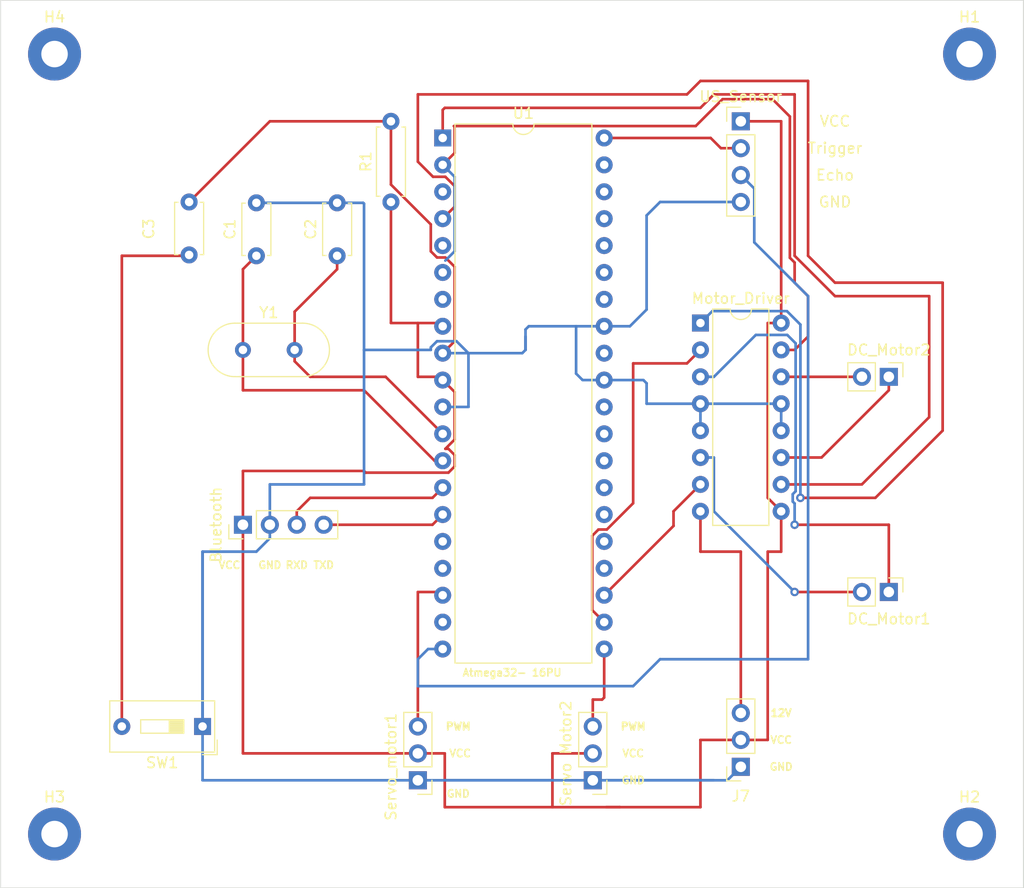
<source format=kicad_pcb>
(kicad_pcb (version 20171130) (host pcbnew "(5.1.9)-1")

  (general
    (thickness 1.6)
    (drawings 38)
    (tracks 225)
    (zones 0)
    (modules 19)
    (nets 46)
  )

  (page A4)
  (layers
    (0 F.Cu signal)
    (31 B.Cu signal)
    (32 B.Adhes user)
    (33 F.Adhes user)
    (34 B.Paste user)
    (35 F.Paste user)
    (36 B.SilkS user)
    (37 F.SilkS user)
    (38 B.Mask user)
    (39 F.Mask user)
    (40 Dwgs.User user)
    (41 Cmts.User user)
    (42 Eco1.User user)
    (43 Eco2.User user)
    (44 Edge.Cuts user)
    (45 Margin user)
    (46 B.CrtYd user)
    (47 F.CrtYd user)
    (48 B.Fab user)
    (49 F.Fab user)
  )

  (setup
    (last_trace_width 0.25)
    (trace_clearance 0.2)
    (zone_clearance 0.508)
    (zone_45_only no)
    (trace_min 0.2)
    (via_size 0.8)
    (via_drill 0.4)
    (via_min_size 0.4)
    (via_min_drill 0.3)
    (uvia_size 0.3)
    (uvia_drill 0.1)
    (uvias_allowed no)
    (uvia_min_size 0.2)
    (uvia_min_drill 0.1)
    (edge_width 0.05)
    (segment_width 0.2)
    (pcb_text_width 0.3)
    (pcb_text_size 1.5 1.5)
    (mod_edge_width 0.12)
    (mod_text_size 1 1)
    (mod_text_width 0.15)
    (pad_size 1.524 1.524)
    (pad_drill 0.762)
    (pad_to_mask_clearance 0)
    (aux_axis_origin 0 0)
    (visible_elements 7FFFFFFF)
    (pcbplotparams
      (layerselection 0x010fc_ffffffff)
      (usegerberextensions false)
      (usegerberattributes true)
      (usegerberadvancedattributes true)
      (creategerberjobfile true)
      (excludeedgelayer true)
      (linewidth 0.100000)
      (plotframeref false)
      (viasonmask false)
      (mode 1)
      (useauxorigin false)
      (hpglpennumber 1)
      (hpglpenspeed 20)
      (hpglpendiameter 15.000000)
      (psnegative false)
      (psa4output false)
      (plotreference true)
      (plotvalue true)
      (plotinvisibletext false)
      (padsonsilk false)
      (subtractmaskfromsilk false)
      (outputformat 1)
      (mirror false)
      (drillshape 1)
      (scaleselection 1)
      (outputdirectory ""))
  )

  (net 0 "")
  (net 1 GND)
  (net 2 "Net-(C1-Pad1)")
  (net 3 "Net-(C2-Pad1)")
  (net 4 "Net-(C3-Pad1)")
  (net 5 "Net-(C3-Pad2)")
  (net 6 "Net-(J1-Pad2)")
  (net 7 "Net-(J1-Pad1)")
  (net 8 "Net-(J2-Pad1)")
  (net 9 "Net-(J2-Pad2)")
  (net 10 +5V)
  (net 11 "Net-(J3-Pad2)")
  (net 12 "Net-(J3-Pad3)")
  (net 13 "Net-(J4-Pad3)")
  (net 14 "Net-(J5-Pad4)")
  (net 15 "Net-(J5-Pad3)")
  (net 16 "Net-(J6-Pad3)")
  (net 17 "Net-(J7-Pad3)")
  (net 18 "Net-(U1-Pad1)")
  (net 19 "Net-(U1-Pad2)")
  (net 20 "Net-(U1-Pad22)")
  (net 21 "Net-(U1-Pad3)")
  (net 22 "Net-(U1-Pad23)")
  (net 23 "Net-(U1-Pad4)")
  (net 24 "Net-(U1-Pad24)")
  (net 25 "Net-(U1-Pad5)")
  (net 26 "Net-(U1-Pad25)")
  (net 27 "Net-(U1-Pad6)")
  (net 28 "Net-(U1-Pad26)")
  (net 29 "Net-(U1-Pad7)")
  (net 30 "Net-(U1-Pad27)")
  (net 31 "Net-(U1-Pad8)")
  (net 32 "Net-(U1-Pad28)")
  (net 33 "Net-(U1-Pad29)")
  (net 34 "Net-(U1-Pad30)")
  (net 35 "Net-(U1-Pad32)")
  (net 36 "Net-(U1-Pad33)")
  (net 37 "Net-(U1-Pad34)")
  (net 38 "Net-(U1-Pad35)")
  (net 39 "Net-(U1-Pad16)")
  (net 40 "Net-(U1-Pad36)")
  (net 41 "Net-(U1-Pad17)")
  (net 42 "Net-(U1-Pad37)")
  (net 43 "Net-(U1-Pad38)")
  (net 44 "Net-(U1-Pad19)")
  (net 45 "Net-(U1-Pad39)")

  (net_class Default "This is the default net class."
    (clearance 0.2)
    (trace_width 0.25)
    (via_dia 0.8)
    (via_drill 0.4)
    (uvia_dia 0.3)
    (uvia_drill 0.1)
    (add_net +5V)
    (add_net GND)
    (add_net "Net-(C1-Pad1)")
    (add_net "Net-(C2-Pad1)")
    (add_net "Net-(C3-Pad1)")
    (add_net "Net-(C3-Pad2)")
    (add_net "Net-(J1-Pad1)")
    (add_net "Net-(J1-Pad2)")
    (add_net "Net-(J2-Pad1)")
    (add_net "Net-(J2-Pad2)")
    (add_net "Net-(J3-Pad2)")
    (add_net "Net-(J3-Pad3)")
    (add_net "Net-(J4-Pad3)")
    (add_net "Net-(J5-Pad3)")
    (add_net "Net-(J5-Pad4)")
    (add_net "Net-(J6-Pad3)")
    (add_net "Net-(J7-Pad3)")
    (add_net "Net-(U1-Pad1)")
    (add_net "Net-(U1-Pad16)")
    (add_net "Net-(U1-Pad17)")
    (add_net "Net-(U1-Pad19)")
    (add_net "Net-(U1-Pad2)")
    (add_net "Net-(U1-Pad22)")
    (add_net "Net-(U1-Pad23)")
    (add_net "Net-(U1-Pad24)")
    (add_net "Net-(U1-Pad25)")
    (add_net "Net-(U1-Pad26)")
    (add_net "Net-(U1-Pad27)")
    (add_net "Net-(U1-Pad28)")
    (add_net "Net-(U1-Pad29)")
    (add_net "Net-(U1-Pad3)")
    (add_net "Net-(U1-Pad30)")
    (add_net "Net-(U1-Pad32)")
    (add_net "Net-(U1-Pad33)")
    (add_net "Net-(U1-Pad34)")
    (add_net "Net-(U1-Pad35)")
    (add_net "Net-(U1-Pad36)")
    (add_net "Net-(U1-Pad37)")
    (add_net "Net-(U1-Pad38)")
    (add_net "Net-(U1-Pad39)")
    (add_net "Net-(U1-Pad4)")
    (add_net "Net-(U1-Pad5)")
    (add_net "Net-(U1-Pad6)")
    (add_net "Net-(U1-Pad7)")
    (add_net "Net-(U1-Pad8)")
  )

  (module Capacitor_THT:C_Disc_D4.7mm_W2.5mm_P5.00mm (layer F.Cu) (tedit 5AE50EF0) (tstamp 607B0C1E)
    (at 64.77 50.8 90)
    (descr "C, Disc series, Radial, pin pitch=5.00mm, , diameter*width=4.7*2.5mm^2, Capacitor, http://www.vishay.com/docs/45233/krseries.pdf")
    (tags "C Disc series Radial pin pitch 5.00mm  diameter 4.7mm width 2.5mm Capacitor")
    (path /6079F569)
    (fp_text reference C1 (at 2.5 -2.5 90) (layer F.SilkS)
      (effects (font (size 1 1) (thickness 0.15)))
    )
    (fp_text value C (at 2.5 2.5 90) (layer F.Fab)
      (effects (font (size 1 1) (thickness 0.15)))
    )
    (fp_line (start 6.05 -1.5) (end -1.05 -1.5) (layer F.CrtYd) (width 0.05))
    (fp_line (start 6.05 1.5) (end 6.05 -1.5) (layer F.CrtYd) (width 0.05))
    (fp_line (start -1.05 1.5) (end 6.05 1.5) (layer F.CrtYd) (width 0.05))
    (fp_line (start -1.05 -1.5) (end -1.05 1.5) (layer F.CrtYd) (width 0.05))
    (fp_line (start 4.97 1.055) (end 4.97 1.37) (layer F.SilkS) (width 0.12))
    (fp_line (start 4.97 -1.37) (end 4.97 -1.055) (layer F.SilkS) (width 0.12))
    (fp_line (start 0.03 1.055) (end 0.03 1.37) (layer F.SilkS) (width 0.12))
    (fp_line (start 0.03 -1.37) (end 0.03 -1.055) (layer F.SilkS) (width 0.12))
    (fp_line (start 0.03 1.37) (end 4.97 1.37) (layer F.SilkS) (width 0.12))
    (fp_line (start 0.03 -1.37) (end 4.97 -1.37) (layer F.SilkS) (width 0.12))
    (fp_line (start 4.85 -1.25) (end 0.15 -1.25) (layer F.Fab) (width 0.1))
    (fp_line (start 4.85 1.25) (end 4.85 -1.25) (layer F.Fab) (width 0.1))
    (fp_line (start 0.15 1.25) (end 4.85 1.25) (layer F.Fab) (width 0.1))
    (fp_line (start 0.15 -1.25) (end 0.15 1.25) (layer F.Fab) (width 0.1))
    (fp_text user %R (at 2.5 0 90) (layer F.Fab)
      (effects (font (size 0.94 0.94) (thickness 0.141)))
    )
    (pad 2 thru_hole circle (at 5 0 90) (size 1.6 1.6) (drill 0.8) (layers *.Cu *.Mask)
      (net 1 GND))
    (pad 1 thru_hole circle (at 0 0 90) (size 1.6 1.6) (drill 0.8) (layers *.Cu *.Mask)
      (net 2 "Net-(C1-Pad1)"))
    (model ${KISYS3DMOD}/Capacitor_THT.3dshapes/C_Disc_D4.7mm_W2.5mm_P5.00mm.wrl
      (at (xyz 0 0 0))
      (scale (xyz 1 1 1))
      (rotate (xyz 0 0 0))
    )
  )

  (module Capacitor_THT:C_Disc_D4.7mm_W2.5mm_P5.00mm (layer F.Cu) (tedit 5AE50EF0) (tstamp 607B0C33)
    (at 72.39 50.8 90)
    (descr "C, Disc series, Radial, pin pitch=5.00mm, , diameter*width=4.7*2.5mm^2, Capacitor, http://www.vishay.com/docs/45233/krseries.pdf")
    (tags "C Disc series Radial pin pitch 5.00mm  diameter 4.7mm width 2.5mm Capacitor")
    (path /6079F218)
    (fp_text reference C2 (at 2.5 -2.5 90) (layer F.SilkS)
      (effects (font (size 1 1) (thickness 0.15)))
    )
    (fp_text value C (at 2.5 2.5 90) (layer F.Fab)
      (effects (font (size 1 1) (thickness 0.15)))
    )
    (fp_line (start 0.15 -1.25) (end 0.15 1.25) (layer F.Fab) (width 0.1))
    (fp_line (start 0.15 1.25) (end 4.85 1.25) (layer F.Fab) (width 0.1))
    (fp_line (start 4.85 1.25) (end 4.85 -1.25) (layer F.Fab) (width 0.1))
    (fp_line (start 4.85 -1.25) (end 0.15 -1.25) (layer F.Fab) (width 0.1))
    (fp_line (start 0.03 -1.37) (end 4.97 -1.37) (layer F.SilkS) (width 0.12))
    (fp_line (start 0.03 1.37) (end 4.97 1.37) (layer F.SilkS) (width 0.12))
    (fp_line (start 0.03 -1.37) (end 0.03 -1.055) (layer F.SilkS) (width 0.12))
    (fp_line (start 0.03 1.055) (end 0.03 1.37) (layer F.SilkS) (width 0.12))
    (fp_line (start 4.97 -1.37) (end 4.97 -1.055) (layer F.SilkS) (width 0.12))
    (fp_line (start 4.97 1.055) (end 4.97 1.37) (layer F.SilkS) (width 0.12))
    (fp_line (start -1.05 -1.5) (end -1.05 1.5) (layer F.CrtYd) (width 0.05))
    (fp_line (start -1.05 1.5) (end 6.05 1.5) (layer F.CrtYd) (width 0.05))
    (fp_line (start 6.05 1.5) (end 6.05 -1.5) (layer F.CrtYd) (width 0.05))
    (fp_line (start 6.05 -1.5) (end -1.05 -1.5) (layer F.CrtYd) (width 0.05))
    (fp_text user %R (at 2.5 0 90) (layer F.Fab)
      (effects (font (size 0.94 0.94) (thickness 0.141)))
    )
    (pad 1 thru_hole circle (at 0 0 90) (size 1.6 1.6) (drill 0.8) (layers *.Cu *.Mask)
      (net 3 "Net-(C2-Pad1)"))
    (pad 2 thru_hole circle (at 5 0 90) (size 1.6 1.6) (drill 0.8) (layers *.Cu *.Mask)
      (net 1 GND))
    (model ${KISYS3DMOD}/Capacitor_THT.3dshapes/C_Disc_D4.7mm_W2.5mm_P5.00mm.wrl
      (at (xyz 0 0 0))
      (scale (xyz 1 1 1))
      (rotate (xyz 0 0 0))
    )
  )

  (module Capacitor_THT:C_Disc_D4.7mm_W2.5mm_P5.00mm (layer F.Cu) (tedit 5AE50EF0) (tstamp 607B0C48)
    (at 58.42 45.72 270)
    (descr "C, Disc series, Radial, pin pitch=5.00mm, , diameter*width=4.7*2.5mm^2, Capacitor, http://www.vishay.com/docs/45233/krseries.pdf")
    (tags "C Disc series Radial pin pitch 5.00mm  diameter 4.7mm width 2.5mm Capacitor")
    (path /6079F8F3)
    (fp_text reference C3 (at 2.54 3.81 90) (layer F.SilkS)
      (effects (font (size 1 1) (thickness 0.15)))
    )
    (fp_text value C (at 2.5 2.5 90) (layer F.Fab)
      (effects (font (size 1 1) (thickness 0.15)))
    )
    (fp_line (start 0.15 -1.25) (end 0.15 1.25) (layer F.Fab) (width 0.1))
    (fp_line (start 0.15 1.25) (end 4.85 1.25) (layer F.Fab) (width 0.1))
    (fp_line (start 4.85 1.25) (end 4.85 -1.25) (layer F.Fab) (width 0.1))
    (fp_line (start 4.85 -1.25) (end 0.15 -1.25) (layer F.Fab) (width 0.1))
    (fp_line (start 0.03 -1.37) (end 4.97 -1.37) (layer F.SilkS) (width 0.12))
    (fp_line (start 0.03 1.37) (end 4.97 1.37) (layer F.SilkS) (width 0.12))
    (fp_line (start 0.03 -1.37) (end 0.03 -1.055) (layer F.SilkS) (width 0.12))
    (fp_line (start 0.03 1.055) (end 0.03 1.37) (layer F.SilkS) (width 0.12))
    (fp_line (start 4.97 -1.37) (end 4.97 -1.055) (layer F.SilkS) (width 0.12))
    (fp_line (start 4.97 1.055) (end 4.97 1.37) (layer F.SilkS) (width 0.12))
    (fp_line (start -1.05 -1.5) (end -1.05 1.5) (layer F.CrtYd) (width 0.05))
    (fp_line (start -1.05 1.5) (end 6.05 1.5) (layer F.CrtYd) (width 0.05))
    (fp_line (start 6.05 1.5) (end 6.05 -1.5) (layer F.CrtYd) (width 0.05))
    (fp_line (start 6.05 -1.5) (end -1.05 -1.5) (layer F.CrtYd) (width 0.05))
    (fp_text user %R (at 2.5 0 90) (layer F.Fab)
      (effects (font (size 0.94 0.94) (thickness 0.141)))
    )
    (pad 1 thru_hole circle (at 0 0 270) (size 1.6 1.6) (drill 0.8) (layers *.Cu *.Mask)
      (net 4 "Net-(C3-Pad1)"))
    (pad 2 thru_hole circle (at 5 0 270) (size 1.6 1.6) (drill 0.8) (layers *.Cu *.Mask)
      (net 5 "Net-(C3-Pad2)"))
    (model ${KISYS3DMOD}/Capacitor_THT.3dshapes/C_Disc_D4.7mm_W2.5mm_P5.00mm.wrl
      (at (xyz 0 0 0))
      (scale (xyz 1 1 1))
      (rotate (xyz 0 0 0))
    )
  )

  (module MountingHole:MountingHole_2.5mm_Pad (layer F.Cu) (tedit 56D1B4CB) (tstamp 607B0C50)
    (at 132.08 31.75)
    (descr "Mounting Hole 2.5mm")
    (tags "mounting hole 2.5mm")
    (path /608431D0)
    (attr virtual)
    (fp_text reference H1 (at 0 -3.5) (layer F.SilkS)
      (effects (font (size 1 1) (thickness 0.15)))
    )
    (fp_text value MountingHole (at 0 3.5) (layer F.Fab)
      (effects (font (size 1 1) (thickness 0.15)))
    )
    (fp_circle (center 0 0) (end 2.75 0) (layer F.CrtYd) (width 0.05))
    (fp_circle (center 0 0) (end 2.5 0) (layer Cmts.User) (width 0.15))
    (fp_text user %R (at 0.3 0) (layer F.Fab)
      (effects (font (size 1 1) (thickness 0.15)))
    )
    (pad 1 thru_hole circle (at 0 0) (size 5 5) (drill 2.5) (layers *.Cu *.Mask))
  )

  (module MountingHole:MountingHole_2.5mm_Pad (layer F.Cu) (tedit 56D1B4CB) (tstamp 607B0C58)
    (at 132.08 105.41)
    (descr "Mounting Hole 2.5mm")
    (tags "mounting hole 2.5mm")
    (path /60843882)
    (attr virtual)
    (fp_text reference H2 (at 0 -3.5) (layer F.SilkS)
      (effects (font (size 1 1) (thickness 0.15)))
    )
    (fp_text value MountingHole (at 0 3.5) (layer F.Fab)
      (effects (font (size 1 1) (thickness 0.15)))
    )
    (fp_circle (center 0 0) (end 2.5 0) (layer Cmts.User) (width 0.15))
    (fp_circle (center 0 0) (end 2.75 0) (layer F.CrtYd) (width 0.05))
    (fp_text user %R (at 0.3 0) (layer F.Fab)
      (effects (font (size 1 1) (thickness 0.15)))
    )
    (pad 1 thru_hole circle (at 0 0) (size 5 5) (drill 2.5) (layers *.Cu *.Mask))
  )

  (module MountingHole:MountingHole_2.5mm_Pad (layer F.Cu) (tedit 56D1B4CB) (tstamp 607B0C60)
    (at 45.72 105.41)
    (descr "Mounting Hole 2.5mm")
    (tags "mounting hole 2.5mm")
    (path /60843BFD)
    (attr virtual)
    (fp_text reference H3 (at 0 -3.5) (layer F.SilkS)
      (effects (font (size 1 1) (thickness 0.15)))
    )
    (fp_text value MountingHole (at 0 3.5) (layer F.Fab)
      (effects (font (size 1 1) (thickness 0.15)))
    )
    (fp_circle (center 0 0) (end 2.75 0) (layer F.CrtYd) (width 0.05))
    (fp_circle (center 0 0) (end 2.5 0) (layer Cmts.User) (width 0.15))
    (fp_text user %R (at 0.3 0) (layer F.Fab)
      (effects (font (size 1 1) (thickness 0.15)))
    )
    (pad 1 thru_hole circle (at 0 0) (size 5 5) (drill 2.5) (layers *.Cu *.Mask))
  )

  (module MountingHole:MountingHole_2.5mm_Pad (layer F.Cu) (tedit 56D1B4CB) (tstamp 607B0C68)
    (at 45.72 31.75)
    (descr "Mounting Hole 2.5mm")
    (tags "mounting hole 2.5mm")
    (path /6084428A)
    (attr virtual)
    (fp_text reference H4 (at 0 -3.5) (layer F.SilkS)
      (effects (font (size 1 1) (thickness 0.15)))
    )
    (fp_text value MountingHole (at 0 3.5) (layer F.Fab)
      (effects (font (size 1 1) (thickness 0.15)))
    )
    (fp_circle (center 0 0) (end 2.5 0) (layer Cmts.User) (width 0.15))
    (fp_circle (center 0 0) (end 2.75 0) (layer F.CrtYd) (width 0.05))
    (fp_text user %R (at 0.3 0) (layer F.Fab)
      (effects (font (size 1 1) (thickness 0.15)))
    )
    (pad 1 thru_hole circle (at 0 0) (size 5 5) (drill 2.5) (layers *.Cu *.Mask))
  )

  (module Connector_PinHeader_2.54mm:PinHeader_1x02_P2.54mm_Vertical (layer F.Cu) (tedit 607AD8ED) (tstamp 607B0C7E)
    (at 124.46 82.55 270)
    (descr "Through hole straight pin header, 1x02, 2.54mm pitch, single row")
    (tags "Through hole pin header THT 1x02 2.54mm single row")
    (path /607C42A5)
    (fp_text reference DC_Motor1 (at 2.54 0) (layer F.SilkS)
      (effects (font (size 1 1) (thickness 0.15)))
    )
    (fp_text value Conn_01x02_Male (at 0 4.87 90) (layer F.Fab)
      (effects (font (size 1 1) (thickness 0.15)))
    )
    (fp_line (start 1.8 -1.8) (end -1.8 -1.8) (layer F.CrtYd) (width 0.05))
    (fp_line (start 1.8 4.35) (end 1.8 -1.8) (layer F.CrtYd) (width 0.05))
    (fp_line (start -1.8 4.35) (end 1.8 4.35) (layer F.CrtYd) (width 0.05))
    (fp_line (start -1.8 -1.8) (end -1.8 4.35) (layer F.CrtYd) (width 0.05))
    (fp_line (start -1.33 -1.33) (end 0 -1.33) (layer F.SilkS) (width 0.12))
    (fp_line (start -1.33 0) (end -1.33 -1.33) (layer F.SilkS) (width 0.12))
    (fp_line (start -1.33 1.27) (end 1.33 1.27) (layer F.SilkS) (width 0.12))
    (fp_line (start 1.33 1.27) (end 1.33 3.87) (layer F.SilkS) (width 0.12))
    (fp_line (start -1.33 1.27) (end -1.33 3.87) (layer F.SilkS) (width 0.12))
    (fp_line (start -1.33 3.87) (end 1.33 3.87) (layer F.SilkS) (width 0.12))
    (fp_line (start -1.27 -0.635) (end -0.635 -1.27) (layer F.Fab) (width 0.1))
    (fp_line (start -1.27 3.81) (end -1.27 -0.635) (layer F.Fab) (width 0.1))
    (fp_line (start 1.27 3.81) (end -1.27 3.81) (layer F.Fab) (width 0.1))
    (fp_line (start 1.27 -1.27) (end 1.27 3.81) (layer F.Fab) (width 0.1))
    (fp_line (start -0.635 -1.27) (end 1.27 -1.27) (layer F.Fab) (width 0.1))
    (fp_text user %R (at 0 1.27) (layer F.Fab)
      (effects (font (size 1 1) (thickness 0.15)))
    )
    (pad 2 thru_hole oval (at 0 2.54 270) (size 1.7 1.7) (drill 1) (layers *.Cu *.Mask)
      (net 6 "Net-(J1-Pad2)"))
    (pad 1 thru_hole rect (at 0 0 270) (size 1.7 1.7) (drill 1) (layers *.Cu *.Mask)
      (net 7 "Net-(J1-Pad1)"))
    (model ${KISYS3DMOD}/Connector_PinHeader_2.54mm.3dshapes/PinHeader_1x02_P2.54mm_Vertical.wrl
      (at (xyz 0 0 0))
      (scale (xyz 1 1 1))
      (rotate (xyz 0 0 0))
    )
  )

  (module Connector_PinHeader_2.54mm:PinHeader_1x02_P2.54mm_Vertical (layer F.Cu) (tedit 607AD90E) (tstamp 607B0C94)
    (at 124.46 62.23 270)
    (descr "Through hole straight pin header, 1x02, 2.54mm pitch, single row")
    (tags "Through hole pin header THT 1x02 2.54mm single row")
    (path /607C70FA)
    (fp_text reference DC_Motor2 (at -2.54 0 180) (layer F.SilkS)
      (effects (font (size 1 1) (thickness 0.15)))
    )
    (fp_text value Conn_01x02_Male (at 0 4.87 90) (layer F.Fab)
      (effects (font (size 1 1) (thickness 0.15)))
    )
    (fp_line (start -0.635 -1.27) (end 1.27 -1.27) (layer F.Fab) (width 0.1))
    (fp_line (start 1.27 -1.27) (end 1.27 3.81) (layer F.Fab) (width 0.1))
    (fp_line (start 1.27 3.81) (end -1.27 3.81) (layer F.Fab) (width 0.1))
    (fp_line (start -1.27 3.81) (end -1.27 -0.635) (layer F.Fab) (width 0.1))
    (fp_line (start -1.27 -0.635) (end -0.635 -1.27) (layer F.Fab) (width 0.1))
    (fp_line (start -1.33 3.87) (end 1.33 3.87) (layer F.SilkS) (width 0.12))
    (fp_line (start -1.33 1.27) (end -1.33 3.87) (layer F.SilkS) (width 0.12))
    (fp_line (start 1.33 1.27) (end 1.33 3.87) (layer F.SilkS) (width 0.12))
    (fp_line (start -1.33 1.27) (end 1.33 1.27) (layer F.SilkS) (width 0.12))
    (fp_line (start -1.33 0) (end -1.33 -1.33) (layer F.SilkS) (width 0.12))
    (fp_line (start -1.33 -1.33) (end 0 -1.33) (layer F.SilkS) (width 0.12))
    (fp_line (start -1.8 -1.8) (end -1.8 4.35) (layer F.CrtYd) (width 0.05))
    (fp_line (start -1.8 4.35) (end 1.8 4.35) (layer F.CrtYd) (width 0.05))
    (fp_line (start 1.8 4.35) (end 1.8 -1.8) (layer F.CrtYd) (width 0.05))
    (fp_line (start 1.8 -1.8) (end -1.8 -1.8) (layer F.CrtYd) (width 0.05))
    (fp_text user %R (at 0 1.27) (layer F.Fab)
      (effects (font (size 1 1) (thickness 0.15)))
    )
    (pad 1 thru_hole rect (at 0 0 270) (size 1.7 1.7) (drill 1) (layers *.Cu *.Mask)
      (net 8 "Net-(J2-Pad1)"))
    (pad 2 thru_hole oval (at 0 2.54 270) (size 1.7 1.7) (drill 1) (layers *.Cu *.Mask)
      (net 9 "Net-(J2-Pad2)"))
    (model ${KISYS3DMOD}/Connector_PinHeader_2.54mm.3dshapes/PinHeader_1x02_P2.54mm_Vertical.wrl
      (at (xyz 0 0 0))
      (scale (xyz 1 1 1))
      (rotate (xyz 0 0 0))
    )
  )

  (module Connector_PinHeader_2.54mm:PinHeader_1x04_P2.54mm_Vertical (layer F.Cu) (tedit 59FED5CC) (tstamp 607B0CAC)
    (at 110.49 38.1)
    (descr "Through hole straight pin header, 1x04, 2.54mm pitch, single row")
    (tags "Through hole pin header THT 1x04 2.54mm single row")
    (path /607C986F)
    (fp_text reference US_Sensor (at 0 -2.33) (layer F.SilkS)
      (effects (font (size 1 1) (thickness 0.15)))
    )
    (fp_text value Conn_01x04_Male (at 0 9.95) (layer F.Fab)
      (effects (font (size 1 1) (thickness 0.15)))
    )
    (fp_line (start -0.635 -1.27) (end 1.27 -1.27) (layer F.Fab) (width 0.1))
    (fp_line (start 1.27 -1.27) (end 1.27 8.89) (layer F.Fab) (width 0.1))
    (fp_line (start 1.27 8.89) (end -1.27 8.89) (layer F.Fab) (width 0.1))
    (fp_line (start -1.27 8.89) (end -1.27 -0.635) (layer F.Fab) (width 0.1))
    (fp_line (start -1.27 -0.635) (end -0.635 -1.27) (layer F.Fab) (width 0.1))
    (fp_line (start -1.33 8.95) (end 1.33 8.95) (layer F.SilkS) (width 0.12))
    (fp_line (start -1.33 1.27) (end -1.33 8.95) (layer F.SilkS) (width 0.12))
    (fp_line (start 1.33 1.27) (end 1.33 8.95) (layer F.SilkS) (width 0.12))
    (fp_line (start -1.33 1.27) (end 1.33 1.27) (layer F.SilkS) (width 0.12))
    (fp_line (start -1.33 0) (end -1.33 -1.33) (layer F.SilkS) (width 0.12))
    (fp_line (start -1.33 -1.33) (end 0 -1.33) (layer F.SilkS) (width 0.12))
    (fp_line (start -1.8 -1.8) (end -1.8 9.4) (layer F.CrtYd) (width 0.05))
    (fp_line (start -1.8 9.4) (end 1.8 9.4) (layer F.CrtYd) (width 0.05))
    (fp_line (start 1.8 9.4) (end 1.8 -1.8) (layer F.CrtYd) (width 0.05))
    (fp_line (start 1.8 -1.8) (end -1.8 -1.8) (layer F.CrtYd) (width 0.05))
    (fp_text user %R (at 0 3.81 90) (layer F.Fab)
      (effects (font (size 1 1) (thickness 0.15)))
    )
    (pad 1 thru_hole rect (at 0 0) (size 1.7 1.7) (drill 1) (layers *.Cu *.Mask)
      (net 10 +5V))
    (pad 2 thru_hole oval (at 0 2.54) (size 1.7 1.7) (drill 1) (layers *.Cu *.Mask)
      (net 11 "Net-(J3-Pad2)"))
    (pad 3 thru_hole oval (at 0 5.08) (size 1.7 1.7) (drill 1) (layers *.Cu *.Mask)
      (net 12 "Net-(J3-Pad3)"))
    (pad 4 thru_hole oval (at 0 7.62) (size 1.7 1.7) (drill 1) (layers *.Cu *.Mask)
      (net 1 GND))
    (model ${KISYS3DMOD}/Connector_PinHeader_2.54mm.3dshapes/PinHeader_1x04_P2.54mm_Vertical.wrl
      (at (xyz 0 0 0))
      (scale (xyz 1 1 1))
      (rotate (xyz 0 0 0))
    )
  )

  (module Connector_PinHeader_2.54mm:PinHeader_1x03_P2.54mm_Vertical (layer F.Cu) (tedit 607AD65D) (tstamp 607B0CC3)
    (at 80.01 100.33 180)
    (descr "Through hole straight pin header, 1x03, 2.54mm pitch, single row")
    (tags "Through hole pin header THT 1x03 2.54mm single row")
    (path /60801A79)
    (fp_text reference Servo_motor1 (at 2.54 1.27 90) (layer F.SilkS)
      (effects (font (size 1 1) (thickness 0.15)))
    )
    (fp_text value Conn_01x03_Male (at 0 7.41) (layer F.Fab)
      (effects (font (size 1 1) (thickness 0.15)))
    )
    (fp_line (start 1.8 -1.8) (end -1.8 -1.8) (layer F.CrtYd) (width 0.05))
    (fp_line (start 1.8 6.85) (end 1.8 -1.8) (layer F.CrtYd) (width 0.05))
    (fp_line (start -1.8 6.85) (end 1.8 6.85) (layer F.CrtYd) (width 0.05))
    (fp_line (start -1.8 -1.8) (end -1.8 6.85) (layer F.CrtYd) (width 0.05))
    (fp_line (start -1.33 -1.33) (end 0 -1.33) (layer F.SilkS) (width 0.12))
    (fp_line (start -1.33 0) (end -1.33 -1.33) (layer F.SilkS) (width 0.12))
    (fp_line (start -1.33 1.27) (end 1.33 1.27) (layer F.SilkS) (width 0.12))
    (fp_line (start 1.33 1.27) (end 1.33 6.41) (layer F.SilkS) (width 0.12))
    (fp_line (start -1.33 1.27) (end -1.33 6.41) (layer F.SilkS) (width 0.12))
    (fp_line (start -1.33 6.41) (end 1.33 6.41) (layer F.SilkS) (width 0.12))
    (fp_line (start -1.27 -0.635) (end -0.635 -1.27) (layer F.Fab) (width 0.1))
    (fp_line (start -1.27 6.35) (end -1.27 -0.635) (layer F.Fab) (width 0.1))
    (fp_line (start 1.27 6.35) (end -1.27 6.35) (layer F.Fab) (width 0.1))
    (fp_line (start 1.27 -1.27) (end 1.27 6.35) (layer F.Fab) (width 0.1))
    (fp_line (start -0.635 -1.27) (end 1.27 -1.27) (layer F.Fab) (width 0.1))
    (fp_text user %R (at 0 2.54 90) (layer F.Fab)
      (effects (font (size 1 1) (thickness 0.15)))
    )
    (pad 3 thru_hole oval (at 0 5.08 180) (size 1.7 1.7) (drill 1) (layers *.Cu *.Mask)
      (net 13 "Net-(J4-Pad3)"))
    (pad 2 thru_hole oval (at 0 2.54 180) (size 1.7 1.7) (drill 1) (layers *.Cu *.Mask)
      (net 10 +5V))
    (pad 1 thru_hole rect (at 0 0 180) (size 1.7 1.7) (drill 1) (layers *.Cu *.Mask)
      (net 1 GND))
    (model ${KISYS3DMOD}/Connector_PinHeader_2.54mm.3dshapes/PinHeader_1x03_P2.54mm_Vertical.wrl
      (at (xyz 0 0 0))
      (scale (xyz 1 1 1))
      (rotate (xyz 0 0 0))
    )
  )

  (module Connector_PinHeader_2.54mm:PinHeader_1x04_P2.54mm_Vertical (layer F.Cu) (tedit 607AD874) (tstamp 607B0CDB)
    (at 63.5 76.2 90)
    (descr "Through hole straight pin header, 1x04, 2.54mm pitch, single row")
    (tags "Through hole pin header THT 1x04 2.54mm single row")
    (path /60829327)
    (fp_text reference Bluetooth (at 0 -2.54 90) (layer F.SilkS)
      (effects (font (size 1 1) (thickness 0.15)))
    )
    (fp_text value Conn_01x04_Male (at 0 9.95 90) (layer F.Fab)
      (effects (font (size 1 1) (thickness 0.15)))
    )
    (fp_line (start 1.8 -1.8) (end -1.8 -1.8) (layer F.CrtYd) (width 0.05))
    (fp_line (start 1.8 9.4) (end 1.8 -1.8) (layer F.CrtYd) (width 0.05))
    (fp_line (start -1.8 9.4) (end 1.8 9.4) (layer F.CrtYd) (width 0.05))
    (fp_line (start -1.8 -1.8) (end -1.8 9.4) (layer F.CrtYd) (width 0.05))
    (fp_line (start -1.33 -1.33) (end 0 -1.33) (layer F.SilkS) (width 0.12))
    (fp_line (start -1.33 0) (end -1.33 -1.33) (layer F.SilkS) (width 0.12))
    (fp_line (start -1.33 1.27) (end 1.33 1.27) (layer F.SilkS) (width 0.12))
    (fp_line (start 1.33 1.27) (end 1.33 8.95) (layer F.SilkS) (width 0.12))
    (fp_line (start -1.33 1.27) (end -1.33 8.95) (layer F.SilkS) (width 0.12))
    (fp_line (start -1.33 8.95) (end 1.33 8.95) (layer F.SilkS) (width 0.12))
    (fp_line (start -1.27 -0.635) (end -0.635 -1.27) (layer F.Fab) (width 0.1))
    (fp_line (start -1.27 8.89) (end -1.27 -0.635) (layer F.Fab) (width 0.1))
    (fp_line (start 1.27 8.89) (end -1.27 8.89) (layer F.Fab) (width 0.1))
    (fp_line (start 1.27 -1.27) (end 1.27 8.89) (layer F.Fab) (width 0.1))
    (fp_line (start -0.635 -1.27) (end 1.27 -1.27) (layer F.Fab) (width 0.1))
    (fp_text user %R (at 0 3.81) (layer F.Fab)
      (effects (font (size 1 1) (thickness 0.15)))
    )
    (pad 4 thru_hole oval (at 0 7.62 90) (size 1.7 1.7) (drill 1) (layers *.Cu *.Mask)
      (net 14 "Net-(J5-Pad4)"))
    (pad 3 thru_hole oval (at 0 5.08 90) (size 1.7 1.7) (drill 1) (layers *.Cu *.Mask)
      (net 15 "Net-(J5-Pad3)"))
    (pad 2 thru_hole oval (at 0 2.54 90) (size 1.7 1.7) (drill 1) (layers *.Cu *.Mask)
      (net 1 GND))
    (pad 1 thru_hole rect (at 0 0 90) (size 1.7 1.7) (drill 1) (layers *.Cu *.Mask)
      (net 10 +5V))
    (model ${KISYS3DMOD}/Connector_PinHeader_2.54mm.3dshapes/PinHeader_1x04_P2.54mm_Vertical.wrl
      (at (xyz 0 0 0))
      (scale (xyz 1 1 1))
      (rotate (xyz 0 0 0))
    )
  )

  (module Connector_PinHeader_2.54mm:PinHeader_1x03_P2.54mm_Vertical (layer F.Cu) (tedit 607AD6ED) (tstamp 607B0CF2)
    (at 96.52 100.33 180)
    (descr "Through hole straight pin header, 1x03, 2.54mm pitch, single row")
    (tags "Through hole pin header THT 1x03 2.54mm single row")
    (path /608031A1)
    (fp_text reference "Servo Motor2" (at 2.54 2.54 270) (layer F.SilkS)
      (effects (font (size 1 1) (thickness 0.15)))
    )
    (fp_text value Conn_01x03_Male (at 0 7.41) (layer F.Fab)
      (effects (font (size 1 1) (thickness 0.15)))
    )
    (fp_line (start -0.635 -1.27) (end 1.27 -1.27) (layer F.Fab) (width 0.1))
    (fp_line (start 1.27 -1.27) (end 1.27 6.35) (layer F.Fab) (width 0.1))
    (fp_line (start 1.27 6.35) (end -1.27 6.35) (layer F.Fab) (width 0.1))
    (fp_line (start -1.27 6.35) (end -1.27 -0.635) (layer F.Fab) (width 0.1))
    (fp_line (start -1.27 -0.635) (end -0.635 -1.27) (layer F.Fab) (width 0.1))
    (fp_line (start -1.33 6.41) (end 1.33 6.41) (layer F.SilkS) (width 0.12))
    (fp_line (start -1.33 1.27) (end -1.33 6.41) (layer F.SilkS) (width 0.12))
    (fp_line (start 1.33 1.27) (end 1.33 6.41) (layer F.SilkS) (width 0.12))
    (fp_line (start -1.33 1.27) (end 1.33 1.27) (layer F.SilkS) (width 0.12))
    (fp_line (start -1.33 0) (end -1.33 -1.33) (layer F.SilkS) (width 0.12))
    (fp_line (start -1.33 -1.33) (end 0 -1.33) (layer F.SilkS) (width 0.12))
    (fp_line (start -1.8 -1.8) (end -1.8 6.85) (layer F.CrtYd) (width 0.05))
    (fp_line (start -1.8 6.85) (end 1.8 6.85) (layer F.CrtYd) (width 0.05))
    (fp_line (start 1.8 6.85) (end 1.8 -1.8) (layer F.CrtYd) (width 0.05))
    (fp_line (start 1.8 -1.8) (end -1.8 -1.8) (layer F.CrtYd) (width 0.05))
    (fp_text user %R (at 0 2.54 90) (layer F.Fab)
      (effects (font (size 1 1) (thickness 0.15)))
    )
    (pad 1 thru_hole rect (at 0 0 180) (size 1.7 1.7) (drill 1) (layers *.Cu *.Mask)
      (net 1 GND))
    (pad 2 thru_hole oval (at 0 2.54 180) (size 1.7 1.7) (drill 1) (layers *.Cu *.Mask)
      (net 10 +5V))
    (pad 3 thru_hole oval (at 0 5.08 180) (size 1.7 1.7) (drill 1) (layers *.Cu *.Mask)
      (net 16 "Net-(J6-Pad3)"))
    (model ${KISYS3DMOD}/Connector_PinHeader_2.54mm.3dshapes/PinHeader_1x03_P2.54mm_Vertical.wrl
      (at (xyz 0 0 0))
      (scale (xyz 1 1 1))
      (rotate (xyz 0 0 0))
    )
  )

  (module Connector_PinSocket_2.54mm:PinSocket_1x03_P2.54mm_Vertical (layer F.Cu) (tedit 5A19A429) (tstamp 607B0D09)
    (at 110.49 99.06 180)
    (descr "Through hole straight socket strip, 1x03, 2.54mm pitch, single row (from Kicad 4.0.7), script generated")
    (tags "Through hole socket strip THT 1x03 2.54mm single row")
    (path /60833D54)
    (fp_text reference J7 (at 0 -2.77) (layer F.SilkS)
      (effects (font (size 1 1) (thickness 0.15)))
    )
    (fp_text value Conn_01x03_Female (at 0 7.85) (layer F.Fab)
      (effects (font (size 1 1) (thickness 0.15)))
    )
    (fp_line (start -1.27 -1.27) (end 0.635 -1.27) (layer F.Fab) (width 0.1))
    (fp_line (start 0.635 -1.27) (end 1.27 -0.635) (layer F.Fab) (width 0.1))
    (fp_line (start 1.27 -0.635) (end 1.27 6.35) (layer F.Fab) (width 0.1))
    (fp_line (start 1.27 6.35) (end -1.27 6.35) (layer F.Fab) (width 0.1))
    (fp_line (start -1.27 6.35) (end -1.27 -1.27) (layer F.Fab) (width 0.1))
    (fp_line (start -1.33 1.27) (end 1.33 1.27) (layer F.SilkS) (width 0.12))
    (fp_line (start -1.33 1.27) (end -1.33 6.41) (layer F.SilkS) (width 0.12))
    (fp_line (start -1.33 6.41) (end 1.33 6.41) (layer F.SilkS) (width 0.12))
    (fp_line (start 1.33 1.27) (end 1.33 6.41) (layer F.SilkS) (width 0.12))
    (fp_line (start 1.33 -1.33) (end 1.33 0) (layer F.SilkS) (width 0.12))
    (fp_line (start 0 -1.33) (end 1.33 -1.33) (layer F.SilkS) (width 0.12))
    (fp_line (start -1.8 -1.8) (end 1.75 -1.8) (layer F.CrtYd) (width 0.05))
    (fp_line (start 1.75 -1.8) (end 1.75 6.85) (layer F.CrtYd) (width 0.05))
    (fp_line (start 1.75 6.85) (end -1.8 6.85) (layer F.CrtYd) (width 0.05))
    (fp_line (start -1.8 6.85) (end -1.8 -1.8) (layer F.CrtYd) (width 0.05))
    (fp_text user %R (at 0 2.54 90) (layer F.Fab)
      (effects (font (size 1 1) (thickness 0.15)))
    )
    (pad 1 thru_hole rect (at 0 0 180) (size 1.7 1.7) (drill 1) (layers *.Cu *.Mask)
      (net 1 GND))
    (pad 2 thru_hole oval (at 0 2.54 180) (size 1.7 1.7) (drill 1) (layers *.Cu *.Mask)
      (net 10 +5V))
    (pad 3 thru_hole oval (at 0 5.08 180) (size 1.7 1.7) (drill 1) (layers *.Cu *.Mask)
      (net 17 "Net-(J7-Pad3)"))
    (model ${KISYS3DMOD}/Connector_PinSocket_2.54mm.3dshapes/PinSocket_1x03_P2.54mm_Vertical.wrl
      (at (xyz 0 0 0))
      (scale (xyz 1 1 1))
      (rotate (xyz 0 0 0))
    )
  )

  (module Resistor_THT:R_Axial_DIN0207_L6.3mm_D2.5mm_P7.62mm_Horizontal (layer F.Cu) (tedit 5AE5139B) (tstamp 607B0D20)
    (at 77.47 45.72 90)
    (descr "Resistor, Axial_DIN0207 series, Axial, Horizontal, pin pitch=7.62mm, 0.25W = 1/4W, length*diameter=6.3*2.5mm^2, http://cdn-reichelt.de/documents/datenblatt/B400/1_4W%23YAG.pdf")
    (tags "Resistor Axial_DIN0207 series Axial Horizontal pin pitch 7.62mm 0.25W = 1/4W length 6.3mm diameter 2.5mm")
    (path /607A1801)
    (fp_text reference R1 (at 3.81 -2.37 90) (layer F.SilkS)
      (effects (font (size 1 1) (thickness 0.15)))
    )
    (fp_text value R (at 3.81 2.37 90) (layer F.Fab)
      (effects (font (size 1 1) (thickness 0.15)))
    )
    (fp_line (start 0.66 -1.25) (end 0.66 1.25) (layer F.Fab) (width 0.1))
    (fp_line (start 0.66 1.25) (end 6.96 1.25) (layer F.Fab) (width 0.1))
    (fp_line (start 6.96 1.25) (end 6.96 -1.25) (layer F.Fab) (width 0.1))
    (fp_line (start 6.96 -1.25) (end 0.66 -1.25) (layer F.Fab) (width 0.1))
    (fp_line (start 0 0) (end 0.66 0) (layer F.Fab) (width 0.1))
    (fp_line (start 7.62 0) (end 6.96 0) (layer F.Fab) (width 0.1))
    (fp_line (start 0.54 -1.04) (end 0.54 -1.37) (layer F.SilkS) (width 0.12))
    (fp_line (start 0.54 -1.37) (end 7.08 -1.37) (layer F.SilkS) (width 0.12))
    (fp_line (start 7.08 -1.37) (end 7.08 -1.04) (layer F.SilkS) (width 0.12))
    (fp_line (start 0.54 1.04) (end 0.54 1.37) (layer F.SilkS) (width 0.12))
    (fp_line (start 0.54 1.37) (end 7.08 1.37) (layer F.SilkS) (width 0.12))
    (fp_line (start 7.08 1.37) (end 7.08 1.04) (layer F.SilkS) (width 0.12))
    (fp_line (start -1.05 -1.5) (end -1.05 1.5) (layer F.CrtYd) (width 0.05))
    (fp_line (start -1.05 1.5) (end 8.67 1.5) (layer F.CrtYd) (width 0.05))
    (fp_line (start 8.67 1.5) (end 8.67 -1.5) (layer F.CrtYd) (width 0.05))
    (fp_line (start 8.67 -1.5) (end -1.05 -1.5) (layer F.CrtYd) (width 0.05))
    (fp_text user %R (at 3.81 0 90) (layer F.Fab)
      (effects (font (size 1 1) (thickness 0.15)))
    )
    (pad 1 thru_hole circle (at 0 0 90) (size 1.6 1.6) (drill 0.8) (layers *.Cu *.Mask)
      (net 10 +5V))
    (pad 2 thru_hole oval (at 7.62 0 90) (size 1.6 1.6) (drill 0.8) (layers *.Cu *.Mask)
      (net 4 "Net-(C3-Pad1)"))
    (model ${KISYS3DMOD}/Resistor_THT.3dshapes/R_Axial_DIN0207_L6.3mm_D2.5mm_P7.62mm_Horizontal.wrl
      (at (xyz 0 0 0))
      (scale (xyz 1 1 1))
      (rotate (xyz 0 0 0))
    )
  )

  (module Button_Switch_THT:SW_DIP_SPSTx01_Slide_9.78x4.72mm_W7.62mm_P2.54mm (layer F.Cu) (tedit 5A4E1404) (tstamp 607B0D57)
    (at 59.69 95.25 180)
    (descr "1x-dip-switch SPST , Slide, row spacing 7.62 mm (300 mils), body size 9.78x4.72mm (see e.g. https://www.ctscorp.com/wp-content/uploads/206-208.pdf)")
    (tags "DIP Switch SPST Slide 7.62mm 300mil")
    (path /608486E5)
    (fp_text reference SW1 (at 3.81 -3.42) (layer F.SilkS)
      (effects (font (size 1 1) (thickness 0.15)))
    )
    (fp_text value SW_SPST (at 3.81 3.42) (layer F.Fab)
      (effects (font (size 1 1) (thickness 0.15)))
    )
    (fp_line (start -0.08 -2.36) (end 8.7 -2.36) (layer F.Fab) (width 0.1))
    (fp_line (start 8.7 -2.36) (end 8.7 2.36) (layer F.Fab) (width 0.1))
    (fp_line (start 8.7 2.36) (end -1.08 2.36) (layer F.Fab) (width 0.1))
    (fp_line (start -1.08 2.36) (end -1.08 -1.36) (layer F.Fab) (width 0.1))
    (fp_line (start -1.08 -1.36) (end -0.08 -2.36) (layer F.Fab) (width 0.1))
    (fp_line (start 1.78 -0.635) (end 1.78 0.635) (layer F.Fab) (width 0.1))
    (fp_line (start 1.78 0.635) (end 5.84 0.635) (layer F.Fab) (width 0.1))
    (fp_line (start 5.84 0.635) (end 5.84 -0.635) (layer F.Fab) (width 0.1))
    (fp_line (start 5.84 -0.635) (end 1.78 -0.635) (layer F.Fab) (width 0.1))
    (fp_line (start 1.78 -0.535) (end 3.133333 -0.535) (layer F.Fab) (width 0.1))
    (fp_line (start 1.78 -0.435) (end 3.133333 -0.435) (layer F.Fab) (width 0.1))
    (fp_line (start 1.78 -0.335) (end 3.133333 -0.335) (layer F.Fab) (width 0.1))
    (fp_line (start 1.78 -0.235) (end 3.133333 -0.235) (layer F.Fab) (width 0.1))
    (fp_line (start 1.78 -0.135) (end 3.133333 -0.135) (layer F.Fab) (width 0.1))
    (fp_line (start 1.78 -0.035) (end 3.133333 -0.035) (layer F.Fab) (width 0.1))
    (fp_line (start 1.78 0.065) (end 3.133333 0.065) (layer F.Fab) (width 0.1))
    (fp_line (start 1.78 0.165) (end 3.133333 0.165) (layer F.Fab) (width 0.1))
    (fp_line (start 1.78 0.265) (end 3.133333 0.265) (layer F.Fab) (width 0.1))
    (fp_line (start 1.78 0.365) (end 3.133333 0.365) (layer F.Fab) (width 0.1))
    (fp_line (start 1.78 0.465) (end 3.133333 0.465) (layer F.Fab) (width 0.1))
    (fp_line (start 1.78 0.565) (end 3.133333 0.565) (layer F.Fab) (width 0.1))
    (fp_line (start 3.133333 -0.635) (end 3.133333 0.635) (layer F.Fab) (width 0.1))
    (fp_line (start -1.14 -2.42) (end 8.76 -2.42) (layer F.SilkS) (width 0.12))
    (fp_line (start -1.14 2.42) (end 8.76 2.42) (layer F.SilkS) (width 0.12))
    (fp_line (start -1.14 -2.42) (end -1.14 2.42) (layer F.SilkS) (width 0.12))
    (fp_line (start 8.76 -2.42) (end 8.76 2.42) (layer F.SilkS) (width 0.12))
    (fp_line (start -1.38 -2.66) (end 0.004 -2.66) (layer F.SilkS) (width 0.12))
    (fp_line (start -1.38 -2.66) (end -1.38 -1.277) (layer F.SilkS) (width 0.12))
    (fp_line (start 1.78 -0.635) (end 1.78 0.635) (layer F.SilkS) (width 0.12))
    (fp_line (start 1.78 0.635) (end 5.84 0.635) (layer F.SilkS) (width 0.12))
    (fp_line (start 5.84 0.635) (end 5.84 -0.635) (layer F.SilkS) (width 0.12))
    (fp_line (start 5.84 -0.635) (end 1.78 -0.635) (layer F.SilkS) (width 0.12))
    (fp_line (start 1.78 -0.515) (end 3.133333 -0.515) (layer F.SilkS) (width 0.12))
    (fp_line (start 1.78 -0.395) (end 3.133333 -0.395) (layer F.SilkS) (width 0.12))
    (fp_line (start 1.78 -0.275) (end 3.133333 -0.275) (layer F.SilkS) (width 0.12))
    (fp_line (start 1.78 -0.155) (end 3.133333 -0.155) (layer F.SilkS) (width 0.12))
    (fp_line (start 1.78 -0.035) (end 3.133333 -0.035) (layer F.SilkS) (width 0.12))
    (fp_line (start 1.78 0.085) (end 3.133333 0.085) (layer F.SilkS) (width 0.12))
    (fp_line (start 1.78 0.205) (end 3.133333 0.205) (layer F.SilkS) (width 0.12))
    (fp_line (start 1.78 0.325) (end 3.133333 0.325) (layer F.SilkS) (width 0.12))
    (fp_line (start 1.78 0.445) (end 3.133333 0.445) (layer F.SilkS) (width 0.12))
    (fp_line (start 1.78 0.565) (end 3.133333 0.565) (layer F.SilkS) (width 0.12))
    (fp_line (start 3.133333 -0.635) (end 3.133333 0.635) (layer F.SilkS) (width 0.12))
    (fp_line (start -1.35 -2.7) (end -1.35 2.7) (layer F.CrtYd) (width 0.05))
    (fp_line (start -1.35 2.7) (end 8.95 2.7) (layer F.CrtYd) (width 0.05))
    (fp_line (start 8.95 2.7) (end 8.95 -2.7) (layer F.CrtYd) (width 0.05))
    (fp_line (start 8.95 -2.7) (end -1.35 -2.7) (layer F.CrtYd) (width 0.05))
    (fp_text user %R (at 7.27 0 90) (layer F.Fab)
      (effects (font (size 0.6 0.6) (thickness 0.09)))
    )
    (fp_text user on (at 5.365 -1.4975) (layer F.Fab)
      (effects (font (size 0.6 0.6) (thickness 0.09)))
    )
    (pad 1 thru_hole rect (at 0 0 180) (size 1.6 1.6) (drill 0.8) (layers *.Cu *.Mask)
      (net 1 GND))
    (pad 2 thru_hole oval (at 7.62 0 180) (size 1.6 1.6) (drill 0.8) (layers *.Cu *.Mask)
      (net 5 "Net-(C3-Pad2)"))
    (model ${KISYS3DMOD}/Button_Switch_THT.3dshapes/SW_DIP_SPSTx01_Slide_9.78x4.72mm_W7.62mm_P2.54mm.wrl
      (at (xyz 0 0 0))
      (scale (xyz 1 1 1))
      (rotate (xyz 0 0 90))
    )
  )

  (module Package_DIP:DIP-40_W15.24mm (layer F.Cu) (tedit 5A02E8C5) (tstamp 607B0D93)
    (at 82.355001 39.675001)
    (descr "40-lead though-hole mounted DIP package, row spacing 15.24 mm (600 mils)")
    (tags "THT DIP DIL PDIP 2.54mm 15.24mm 600mil")
    (path /6079B136)
    (fp_text reference U1 (at 7.62 -2.33) (layer F.SilkS)
      (effects (font (size 1 1) (thickness 0.15)))
    )
    (fp_text value ATmega32-16PU (at 7.62 50.59) (layer F.Fab)
      (effects (font (size 1 1) (thickness 0.15)))
    )
    (fp_line (start 1.255 -1.27) (end 14.985 -1.27) (layer F.Fab) (width 0.1))
    (fp_line (start 14.985 -1.27) (end 14.985 49.53) (layer F.Fab) (width 0.1))
    (fp_line (start 14.985 49.53) (end 0.255 49.53) (layer F.Fab) (width 0.1))
    (fp_line (start 0.255 49.53) (end 0.255 -0.27) (layer F.Fab) (width 0.1))
    (fp_line (start 0.255 -0.27) (end 1.255 -1.27) (layer F.Fab) (width 0.1))
    (fp_line (start 6.62 -1.33) (end 1.16 -1.33) (layer F.SilkS) (width 0.12))
    (fp_line (start 1.16 -1.33) (end 1.16 49.59) (layer F.SilkS) (width 0.12))
    (fp_line (start 1.16 49.59) (end 14.08 49.59) (layer F.SilkS) (width 0.12))
    (fp_line (start 14.08 49.59) (end 14.08 -1.33) (layer F.SilkS) (width 0.12))
    (fp_line (start 14.08 -1.33) (end 8.62 -1.33) (layer F.SilkS) (width 0.12))
    (fp_line (start -1.05 -1.55) (end -1.05 49.8) (layer F.CrtYd) (width 0.05))
    (fp_line (start -1.05 49.8) (end 16.3 49.8) (layer F.CrtYd) (width 0.05))
    (fp_line (start 16.3 49.8) (end 16.3 -1.55) (layer F.CrtYd) (width 0.05))
    (fp_line (start 16.3 -1.55) (end -1.05 -1.55) (layer F.CrtYd) (width 0.05))
    (fp_arc (start 7.62 -1.33) (end 6.62 -1.33) (angle -180) (layer F.SilkS) (width 0.12))
    (fp_text user %R (at 7.62 24.13) (layer F.Fab)
      (effects (font (size 1 1) (thickness 0.15)))
    )
    (pad 1 thru_hole rect (at 0 0) (size 1.6 1.6) (drill 0.8) (layers *.Cu *.Mask)
      (net 18 "Net-(U1-Pad1)"))
    (pad 21 thru_hole oval (at 15.24 48.26) (size 1.6 1.6) (drill 0.8) (layers *.Cu *.Mask)
      (net 16 "Net-(J6-Pad3)"))
    (pad 2 thru_hole oval (at 0 2.54) (size 1.6 1.6) (drill 0.8) (layers *.Cu *.Mask)
      (net 19 "Net-(U1-Pad2)"))
    (pad 22 thru_hole oval (at 15.24 45.72) (size 1.6 1.6) (drill 0.8) (layers *.Cu *.Mask)
      (net 20 "Net-(U1-Pad22)"))
    (pad 3 thru_hole oval (at 0 5.08) (size 1.6 1.6) (drill 0.8) (layers *.Cu *.Mask)
      (net 21 "Net-(U1-Pad3)"))
    (pad 23 thru_hole oval (at 15.24 43.18) (size 1.6 1.6) (drill 0.8) (layers *.Cu *.Mask)
      (net 22 "Net-(U1-Pad23)"))
    (pad 4 thru_hole oval (at 0 7.62) (size 1.6 1.6) (drill 0.8) (layers *.Cu *.Mask)
      (net 23 "Net-(U1-Pad4)"))
    (pad 24 thru_hole oval (at 15.24 40.64) (size 1.6 1.6) (drill 0.8) (layers *.Cu *.Mask)
      (net 24 "Net-(U1-Pad24)"))
    (pad 5 thru_hole oval (at 0 10.16) (size 1.6 1.6) (drill 0.8) (layers *.Cu *.Mask)
      (net 25 "Net-(U1-Pad5)"))
    (pad 25 thru_hole oval (at 15.24 38.1) (size 1.6 1.6) (drill 0.8) (layers *.Cu *.Mask)
      (net 26 "Net-(U1-Pad25)"))
    (pad 6 thru_hole oval (at 0 12.7) (size 1.6 1.6) (drill 0.8) (layers *.Cu *.Mask)
      (net 27 "Net-(U1-Pad6)"))
    (pad 26 thru_hole oval (at 15.24 35.56) (size 1.6 1.6) (drill 0.8) (layers *.Cu *.Mask)
      (net 28 "Net-(U1-Pad26)"))
    (pad 7 thru_hole oval (at 0 15.24) (size 1.6 1.6) (drill 0.8) (layers *.Cu *.Mask)
      (net 29 "Net-(U1-Pad7)"))
    (pad 27 thru_hole oval (at 15.24 33.02) (size 1.6 1.6) (drill 0.8) (layers *.Cu *.Mask)
      (net 30 "Net-(U1-Pad27)"))
    (pad 8 thru_hole oval (at 0 17.78) (size 1.6 1.6) (drill 0.8) (layers *.Cu *.Mask)
      (net 31 "Net-(U1-Pad8)"))
    (pad 28 thru_hole oval (at 15.24 30.48) (size 1.6 1.6) (drill 0.8) (layers *.Cu *.Mask)
      (net 32 "Net-(U1-Pad28)"))
    (pad 9 thru_hole oval (at 0 20.32) (size 1.6 1.6) (drill 0.8) (layers *.Cu *.Mask)
      (net 4 "Net-(C3-Pad1)"))
    (pad 29 thru_hole oval (at 15.24 27.94) (size 1.6 1.6) (drill 0.8) (layers *.Cu *.Mask)
      (net 33 "Net-(U1-Pad29)"))
    (pad 10 thru_hole oval (at 0 22.86) (size 1.6 1.6) (drill 0.8) (layers *.Cu *.Mask)
      (net 10 +5V))
    (pad 30 thru_hole oval (at 15.24 25.4) (size 1.6 1.6) (drill 0.8) (layers *.Cu *.Mask)
      (net 34 "Net-(U1-Pad30)"))
    (pad 11 thru_hole oval (at 0 25.4) (size 1.6 1.6) (drill 0.8) (layers *.Cu *.Mask)
      (net 1 GND))
    (pad 31 thru_hole oval (at 15.24 22.86) (size 1.6 1.6) (drill 0.8) (layers *.Cu *.Mask)
      (net 1 GND))
    (pad 12 thru_hole oval (at 0 27.94) (size 1.6 1.6) (drill 0.8) (layers *.Cu *.Mask)
      (net 3 "Net-(C2-Pad1)"))
    (pad 32 thru_hole oval (at 15.24 20.32) (size 1.6 1.6) (drill 0.8) (layers *.Cu *.Mask)
      (net 35 "Net-(U1-Pad32)"))
    (pad 13 thru_hole oval (at 0 30.48) (size 1.6 1.6) (drill 0.8) (layers *.Cu *.Mask)
      (net 2 "Net-(C1-Pad1)"))
    (pad 33 thru_hole oval (at 15.24 17.78) (size 1.6 1.6) (drill 0.8) (layers *.Cu *.Mask)
      (net 36 "Net-(U1-Pad33)"))
    (pad 14 thru_hole oval (at 0 33.02) (size 1.6 1.6) (drill 0.8) (layers *.Cu *.Mask)
      (net 15 "Net-(J5-Pad3)"))
    (pad 34 thru_hole oval (at 15.24 15.24) (size 1.6 1.6) (drill 0.8) (layers *.Cu *.Mask)
      (net 37 "Net-(U1-Pad34)"))
    (pad 15 thru_hole oval (at 0 35.56) (size 1.6 1.6) (drill 0.8) (layers *.Cu *.Mask)
      (net 14 "Net-(J5-Pad4)"))
    (pad 35 thru_hole oval (at 15.24 12.7) (size 1.6 1.6) (drill 0.8) (layers *.Cu *.Mask)
      (net 38 "Net-(U1-Pad35)"))
    (pad 16 thru_hole oval (at 0 38.1) (size 1.6 1.6) (drill 0.8) (layers *.Cu *.Mask)
      (net 39 "Net-(U1-Pad16)"))
    (pad 36 thru_hole oval (at 15.24 10.16) (size 1.6 1.6) (drill 0.8) (layers *.Cu *.Mask)
      (net 40 "Net-(U1-Pad36)"))
    (pad 17 thru_hole oval (at 0 40.64) (size 1.6 1.6) (drill 0.8) (layers *.Cu *.Mask)
      (net 41 "Net-(U1-Pad17)"))
    (pad 37 thru_hole oval (at 15.24 7.62) (size 1.6 1.6) (drill 0.8) (layers *.Cu *.Mask)
      (net 42 "Net-(U1-Pad37)"))
    (pad 18 thru_hole oval (at 0 43.18) (size 1.6 1.6) (drill 0.8) (layers *.Cu *.Mask)
      (net 13 "Net-(J4-Pad3)"))
    (pad 38 thru_hole oval (at 15.24 5.08) (size 1.6 1.6) (drill 0.8) (layers *.Cu *.Mask)
      (net 43 "Net-(U1-Pad38)"))
    (pad 19 thru_hole oval (at 0 45.72) (size 1.6 1.6) (drill 0.8) (layers *.Cu *.Mask)
      (net 44 "Net-(U1-Pad19)"))
    (pad 39 thru_hole oval (at 15.24 2.54) (size 1.6 1.6) (drill 0.8) (layers *.Cu *.Mask)
      (net 45 "Net-(U1-Pad39)"))
    (pad 20 thru_hole oval (at 0 48.26) (size 1.6 1.6) (drill 0.8) (layers *.Cu *.Mask)
      (net 12 "Net-(J3-Pad3)"))
    (pad 40 thru_hole oval (at 15.24 0) (size 1.6 1.6) (drill 0.8) (layers *.Cu *.Mask)
      (net 11 "Net-(J3-Pad2)"))
    (model ${KISYS3DMOD}/Package_DIP.3dshapes/DIP-40_W15.24mm.wrl
      (at (xyz 0 0 0))
      (scale (xyz 1 1 1))
      (rotate (xyz 0 0 0))
    )
  )

  (module Package_DIP:DIP-16_W7.62mm (layer F.Cu) (tedit 5A02E8C5) (tstamp 607B0DB7)
    (at 106.68 57.15)
    (descr "16-lead though-hole mounted DIP package, row spacing 7.62 mm (300 mils)")
    (tags "THT DIP DIL PDIP 2.54mm 7.62mm 300mil")
    (path /607A3557)
    (fp_text reference Motor_Driver (at 3.81 -2.33) (layer F.SilkS)
      (effects (font (size 1 1) (thickness 0.15)))
    )
    (fp_text value L293D (at 3.81 20.11) (layer F.Fab)
      (effects (font (size 1 1) (thickness 0.15)))
    )
    (fp_line (start 1.635 -1.27) (end 6.985 -1.27) (layer F.Fab) (width 0.1))
    (fp_line (start 6.985 -1.27) (end 6.985 19.05) (layer F.Fab) (width 0.1))
    (fp_line (start 6.985 19.05) (end 0.635 19.05) (layer F.Fab) (width 0.1))
    (fp_line (start 0.635 19.05) (end 0.635 -0.27) (layer F.Fab) (width 0.1))
    (fp_line (start 0.635 -0.27) (end 1.635 -1.27) (layer F.Fab) (width 0.1))
    (fp_line (start 2.81 -1.33) (end 1.16 -1.33) (layer F.SilkS) (width 0.12))
    (fp_line (start 1.16 -1.33) (end 1.16 19.11) (layer F.SilkS) (width 0.12))
    (fp_line (start 1.16 19.11) (end 6.46 19.11) (layer F.SilkS) (width 0.12))
    (fp_line (start 6.46 19.11) (end 6.46 -1.33) (layer F.SilkS) (width 0.12))
    (fp_line (start 6.46 -1.33) (end 4.81 -1.33) (layer F.SilkS) (width 0.12))
    (fp_line (start -1.1 -1.55) (end -1.1 19.3) (layer F.CrtYd) (width 0.05))
    (fp_line (start -1.1 19.3) (end 8.7 19.3) (layer F.CrtYd) (width 0.05))
    (fp_line (start 8.7 19.3) (end 8.7 -1.55) (layer F.CrtYd) (width 0.05))
    (fp_line (start 8.7 -1.55) (end -1.1 -1.55) (layer F.CrtYd) (width 0.05))
    (fp_arc (start 3.81 -1.33) (end 2.81 -1.33) (angle -180) (layer F.SilkS) (width 0.12))
    (fp_text user %R (at 3.81 8.89) (layer F.Fab)
      (effects (font (size 1 1) (thickness 0.15)))
    )
    (pad 1 thru_hole rect (at 0 0) (size 1.6 1.6) (drill 0.8) (layers *.Cu *.Mask)
      (net 23 "Net-(U1-Pad4)"))
    (pad 9 thru_hole oval (at 7.62 17.78) (size 1.6 1.6) (drill 0.8) (layers *.Cu *.Mask)
      (net 10 +5V))
    (pad 2 thru_hole oval (at 0 2.54) (size 1.6 1.6) (drill 0.8) (layers *.Cu *.Mask)
      (net 20 "Net-(U1-Pad22)"))
    (pad 10 thru_hole oval (at 7.62 15.24) (size 1.6 1.6) (drill 0.8) (layers *.Cu *.Mask)
      (net 18 "Net-(U1-Pad1)"))
    (pad 3 thru_hole oval (at 0 5.08) (size 1.6 1.6) (drill 0.8) (layers *.Cu *.Mask)
      (net 7 "Net-(J1-Pad1)"))
    (pad 11 thru_hole oval (at 7.62 12.7) (size 1.6 1.6) (drill 0.8) (layers *.Cu *.Mask)
      (net 8 "Net-(J2-Pad1)"))
    (pad 4 thru_hole oval (at 0 7.62) (size 1.6 1.6) (drill 0.8) (layers *.Cu *.Mask)
      (net 1 GND))
    (pad 12 thru_hole oval (at 7.62 10.16) (size 1.6 1.6) (drill 0.8) (layers *.Cu *.Mask)
      (net 1 GND))
    (pad 5 thru_hole oval (at 0 10.16) (size 1.6 1.6) (drill 0.8) (layers *.Cu *.Mask)
      (net 1 GND))
    (pad 13 thru_hole oval (at 7.62 7.62) (size 1.6 1.6) (drill 0.8) (layers *.Cu *.Mask)
      (net 1 GND))
    (pad 6 thru_hole oval (at 0 12.7) (size 1.6 1.6) (drill 0.8) (layers *.Cu *.Mask)
      (net 6 "Net-(J1-Pad2)"))
    (pad 14 thru_hole oval (at 7.62 5.08) (size 1.6 1.6) (drill 0.8) (layers *.Cu *.Mask)
      (net 9 "Net-(J2-Pad2)"))
    (pad 7 thru_hole oval (at 0 15.24) (size 1.6 1.6) (drill 0.8) (layers *.Cu *.Mask)
      (net 22 "Net-(U1-Pad23)"))
    (pad 15 thru_hole oval (at 7.62 2.54) (size 1.6 1.6) (drill 0.8) (layers *.Cu *.Mask)
      (net 19 "Net-(U1-Pad2)"))
    (pad 8 thru_hole oval (at 0 17.78) (size 1.6 1.6) (drill 0.8) (layers *.Cu *.Mask)
      (net 17 "Net-(J7-Pad3)"))
    (pad 16 thru_hole oval (at 7.62 0) (size 1.6 1.6) (drill 0.8) (layers *.Cu *.Mask)
      (net 10 +5V))
    (model ${KISYS3DMOD}/Package_DIP.3dshapes/DIP-16_W7.62mm.wrl
      (at (xyz 0 0 0))
      (scale (xyz 1 1 1))
      (rotate (xyz 0 0 0))
    )
  )

  (module Crystal:Crystal_HC49-4H_Vertical (layer F.Cu) (tedit 5A1AD3B7) (tstamp 607B0DCE)
    (at 63.5 59.69)
    (descr "Crystal THT HC-49-4H http://5hertz.com/pdfs/04404_D.pdf")
    (tags "THT crystalHC-49-4H")
    (path /6079C288)
    (fp_text reference Y1 (at 2.44 -3.525) (layer F.SilkS)
      (effects (font (size 1 1) (thickness 0.15)))
    )
    (fp_text value Crystal (at 2.54 3.525) (layer F.Fab)
      (effects (font (size 1 1) (thickness 0.15)))
    )
    (fp_line (start -0.76 -2.325) (end 5.64 -2.325) (layer F.Fab) (width 0.1))
    (fp_line (start -0.76 2.325) (end 5.64 2.325) (layer F.Fab) (width 0.1))
    (fp_line (start -0.56 -2) (end 5.44 -2) (layer F.Fab) (width 0.1))
    (fp_line (start -0.56 2) (end 5.44 2) (layer F.Fab) (width 0.1))
    (fp_line (start -0.76 -2.525) (end 5.64 -2.525) (layer F.SilkS) (width 0.12))
    (fp_line (start -0.76 2.525) (end 5.64 2.525) (layer F.SilkS) (width 0.12))
    (fp_line (start -3.6 -2.8) (end -3.6 2.8) (layer F.CrtYd) (width 0.05))
    (fp_line (start -3.6 2.8) (end 8.5 2.8) (layer F.CrtYd) (width 0.05))
    (fp_line (start 8.5 2.8) (end 8.5 -2.8) (layer F.CrtYd) (width 0.05))
    (fp_line (start 8.5 -2.8) (end -3.6 -2.8) (layer F.CrtYd) (width 0.05))
    (fp_text user %R (at 2.44 0) (layer F.Fab)
      (effects (font (size 1 1) (thickness 0.15)))
    )
    (fp_arc (start -0.76 0) (end -0.76 -2.325) (angle -180) (layer F.Fab) (width 0.1))
    (fp_arc (start 5.64 0) (end 5.64 -2.325) (angle 180) (layer F.Fab) (width 0.1))
    (fp_arc (start -0.56 0) (end -0.56 -2) (angle -180) (layer F.Fab) (width 0.1))
    (fp_arc (start 5.44 0) (end 5.44 -2) (angle 180) (layer F.Fab) (width 0.1))
    (fp_arc (start -0.76 0) (end -0.76 -2.525) (angle -180) (layer F.SilkS) (width 0.12))
    (fp_arc (start 5.64 0) (end 5.64 -2.525) (angle 180) (layer F.SilkS) (width 0.12))
    (pad 1 thru_hole circle (at 0 0) (size 1.5 1.5) (drill 0.8) (layers *.Cu *.Mask)
      (net 2 "Net-(C1-Pad1)"))
    (pad 2 thru_hole circle (at 4.88 0) (size 1.5 1.5) (drill 0.8) (layers *.Cu *.Mask)
      (net 3 "Net-(C2-Pad1)"))
    (model ${KISYS3DMOD}/Crystal.3dshapes/Crystal_HC49-4H_Vertical.wrl
      (at (xyz 0 0 0))
      (scale (xyz 1 1 1))
      (rotate (xyz 0 0 0))
    )
  )

  (gr_text TXD (at 71.12 80.01) (layer F.SilkS) (tstamp 607AD7D6)
    (effects (font (size 0.7 0.7) (thickness 0.15)))
  )
  (gr_text "RXD\n" (at 68.58 80.01) (layer F.SilkS) (tstamp 607AD7D4)
    (effects (font (size 0.7 0.7) (thickness 0.15)))
  )
  (gr_text 12V (at 114.3 93.98) (layer F.SilkS)
    (effects (font (size 0.7 0.7) (thickness 0.175)))
  )
  (gr_text PWM (at 100.33 95.25) (layer F.SilkS) (tstamp 607AD78D)
    (effects (font (size 0.7 0.7) (thickness 0.175)))
  )
  (gr_text PWM (at 83.82 95.25) (layer F.SilkS)
    (effects (font (size 0.7 0.7) (thickness 0.175)))
  )
  (gr_text GND (at 66.04 80.01) (layer F.SilkS) (tstamp 607AD41C)
    (effects (font (size 0.7 0.7) (thickness 0.15)))
  )
  (gr_text VCC (at 62.23 80.01) (layer F.SilkS) (tstamp 607AD408)
    (effects (font (size 0.7 0.7) (thickness 0.15)))
  )
  (gr_text VCC (at 84 97.79) (layer F.SilkS) (tstamp 607AD3BE)
    (effects (font (size 0.7 0.7) (thickness 0.15)))
  )
  (gr_text VCC (at 100.33 97.79) (layer F.SilkS) (tstamp 607AD3B7)
    (effects (font (size 0.7 0.7) (thickness 0.15)))
  )
  (gr_text VCC (at 114.3 96.52) (layer F.SilkS) (tstamp 607AD3A8)
    (effects (font (size 0.7 0.7) (thickness 0.15)))
  )
  (gr_text Echo (at 119.38 43.18) (layer F.SilkS)
    (effects (font (size 1 1) (thickness 0.15)))
  )
  (gr_text "Trigger\n" (at 119.38 40.64) (layer F.SilkS)
    (effects (font (size 1 1) (thickness 0.15)))
  )
  (gr_text GND (at 119.38 45.72) (layer F.SilkS)
    (effects (font (size 1 1) (thickness 0.15)))
  )
  (gr_text VCC (at 119.38 38.1) (layer F.SilkS)
    (effects (font (size 1 1) (thickness 0.15)))
  )
  (gr_text GND (at 83.82 101.6) (layer F.SilkS) (tstamp 607AD33A)
    (effects (font (size 0.7 0.7) (thickness 0.15)))
  )
  (gr_text GND (at 100.33 100.33) (layer F.SilkS) (tstamp 607AD335)
    (effects (font (size 0.7 0.7) (thickness 0.15)))
  )
  (gr_text GND (at 114.3 99.06) (layer F.SilkS)
    (effects (font (size 0.7 0.7) (thickness 0.15)))
  )
  (gr_text "Atmega32- 16PU" (at 88.9 90.17) (layer F.SilkS)
    (effects (font (size 0.7 0.7) (thickness 0.15)))
  )
  (gr_line (start 40.64 110.49) (end 40.64 26.67) (layer Edge.Cuts) (width 0.05) (tstamp 607ACB3E))
  (gr_line (start 137.16 110.49) (end 40.64 110.49) (layer Edge.Cuts) (width 0.05) (tstamp 607ACB38))
  (gr_line (start 137.16 26.67) (end 137.16 110.49) (layer Edge.Cuts) (width 0.05) (tstamp 607ACB2F))
  (gr_line (start 40.64 26.67) (end 137.16 26.67) (layer Edge.Cuts) (width 0.05) (tstamp 607ACB2B))
  (gr_line (start 40.64 26.67) (end 40.64 110.49) (layer Edge.Cuts) (width 0.05) (tstamp 607B5DA0))
  (gr_line (start 137.16 26.67) (end 40.64 26.67) (layer Edge.Cuts) (width 0.05) (tstamp 607B5D9F))
  (gr_line (start 137.16 110.49) (end 137.16 26.67) (layer Edge.Cuts) (width 0.05) (tstamp 607B5D9E))
  (gr_line (start 40.64 110.49) (end 137.16 110.49) (layer Edge.Cuts) (width 0.05) (tstamp 607B5D9D))
  (gr_line (start 137.16 110.49) (end 40.64 110.49) (layer Edge.Cuts) (width 0.05) (tstamp 607B5D9C))
  (gr_line (start 40.64 110.49) (end 137.16 110.49) (layer Edge.Cuts) (width 0.05) (tstamp 607B5D9B))
  (gr_line (start 137.16 26.67) (end 40.64 26.67) (layer Edge.Cuts) (width 0.05) (tstamp 607B5C4E))
  (gr_line (start 40.64 110.49) (end 137.16 110.49) (layer Edge.Cuts) (width 0.05) (tstamp 607B5C4D))
  (gr_line (start 137.16 110.49) (end 137.16 106.68) (layer Edge.Cuts) (width 0.05))
  (gr_line (start 69.85 110.49) (end 137.16 110.49) (layer Edge.Cuts) (width 0.05) (tstamp 607B5AC5))
  (gr_line (start 44.45 110.49) (end 69.85 110.49) (layer Edge.Cuts) (width 0.05))
  (gr_line (start 40.64 110.49) (end 44.45 110.49) (layer Edge.Cuts) (width 0.05))
  (gr_line (start 40.64 26.67) (end 40.64 110.49) (layer Edge.Cuts) (width 0.05))
  (gr_line (start 137.16 26.67) (end 40.64 26.67) (layer Edge.Cuts) (width 0.05))
  (gr_line (start 137.16 110.49) (end 137.16 26.67) (layer Edge.Cuts) (width 0.05))
  (gr_line (start 43.18 110.49) (end 137.16 110.49) (layer Edge.Cuts) (width 0.05))

  (segment (start 89.864999 59.995001) (end 90.17 59.69) (width 0.25) (layer B.Cu) (net 1))
  (segment (start 90.17 59.69) (end 90.17 58.42) (width 0.25) (layer B.Cu) (net 1))
  (segment (start 90.475001 57.455001) (end 90.17 57.760002) (width 0.25) (layer B.Cu) (net 1))
  (segment (start 90.17 57.760002) (end 90.17 59.69) (width 0.25) (layer B.Cu) (net 1))
  (segment (start 64.77 45.8) (end 72.39 45.8) (width 0.25) (layer B.Cu) (net 1))
  (segment (start 66.04 76.2) (end 66.04 77.47) (width 0.25) (layer B.Cu) (net 1))
  (segment (start 66.04 77.47) (end 64.77 78.74) (width 0.25) (layer B.Cu) (net 1))
  (segment (start 59.69 78.74) (end 59.69 95.25) (width 0.25) (layer B.Cu) (net 1))
  (segment (start 82.55 100.33) (end 92.71 100.33) (width 0.25) (layer B.Cu) (net 1))
  (segment (start 97.79 100.33) (end 107.95 100.33) (width 0.25) (layer B.Cu) (net 1))
  (segment (start 101.6 55.88) (end 101.6 46.99) (width 0.25) (layer B.Cu) (net 1))
  (segment (start 102.87 45.72) (end 110.49 45.72) (width 0.25) (layer B.Cu) (net 1))
  (segment (start 101.6 46.99) (end 102.87 45.72) (width 0.25) (layer B.Cu) (net 1))
  (segment (start 106.68 67.31) (end 106.68 64.77) (width 0.25) (layer B.Cu) (net 1))
  (segment (start 106.68 64.77) (end 114.3 64.77) (width 0.25) (layer B.Cu) (net 1))
  (segment (start 114.3 64.77) (end 114.3 67.31) (width 0.25) (layer B.Cu) (net 1))
  (segment (start 97.595001 57.455001) (end 100.024999 57.455001) (width 0.25) (layer B.Cu) (net 1))
  (segment (start 100.024999 57.455001) (end 101.6 55.88) (width 0.25) (layer B.Cu) (net 1))
  (segment (start 80.01 100.33) (end 96.52 100.33) (width 0.25) (layer B.Cu) (net 1) (status 10))
  (segment (start 109.22 100.33) (end 110.49 99.06) (width 0.25) (layer B.Cu) (net 1))
  (segment (start 96.52 100.33) (end 109.22 100.33) (width 0.25) (layer B.Cu) (net 1))
  (segment (start 64.77 78.74) (end 59.69 78.74) (width 0.25) (layer B.Cu) (net 1))
  (segment (start 59.69 78.74) (end 59.69 100.33) (width 0.25) (layer B.Cu) (net 1))
  (segment (start 59.69 100.33) (end 80.01 100.33) (width 0.25) (layer B.Cu) (net 1) (status 20))
  (segment (start 82.355001 65.075001) (end 84.784999 65.075001) (width 0.25) (layer B.Cu) (net 1))
  (segment (start 84.784999 65.075001) (end 84.784999 59.995001) (width 0.25) (layer B.Cu) (net 1))
  (segment (start 84.784999 59.995001) (end 89.864999 59.995001) (width 0.25) (layer B.Cu) (net 1))
  (segment (start 82.355001 59.995001) (end 84.784999 59.995001) (width 0.25) (layer B.Cu) (net 1))
  (segment (start 101.6 64.77) (end 106.68 64.77) (width 0.25) (layer B.Cu) (net 1))
  (segment (start 101.6 62.840002) (end 101.6 64.77) (width 0.25) (layer B.Cu) (net 1))
  (segment (start 101.294999 62.535001) (end 101.6 62.840002) (width 0.25) (layer B.Cu) (net 1))
  (segment (start 97.595001 62.535001) (end 101.294999 62.535001) (width 0.25) (layer B.Cu) (net 1))
  (segment (start 97.595001 62.535001) (end 95.555001 62.535001) (width 0.25) (layer B.Cu) (net 1))
  (segment (start 94.944999 61.924999) (end 94.944999 57.455001) (width 0.25) (layer B.Cu) (net 1))
  (segment (start 95.555001 62.535001) (end 94.944999 61.924999) (width 0.25) (layer B.Cu) (net 1))
  (segment (start 94.944999 57.455001) (end 90.475001 57.455001) (width 0.25) (layer B.Cu) (net 1))
  (segment (start 97.595001 57.455001) (end 94.944999 57.455001) (width 0.25) (layer B.Cu) (net 1))
  (segment (start 72.39 45.8) (end 74.85 45.8) (width 0.25) (layer B.Cu) (net 1))
  (segment (start 74.85 45.8) (end 74.93 45.88) (width 0.25) (layer B.Cu) (net 1))
  (segment (start 74.93 45.88) (end 74.93 59.69) (width 0.25) (layer B.Cu) (net 1))
  (segment (start 83.659998 58.87) (end 84.784999 59.995001) (width 0.25) (layer B.Cu) (net 1))
  (segment (start 81.815 58.87) (end 83.659998 58.87) (width 0.25) (layer B.Cu) (net 1))
  (segment (start 81.23 59.455) (end 81.815 58.87) (width 0.25) (layer B.Cu) (net 1))
  (segment (start 81.23 59.69) (end 81.23 59.455) (width 0.25) (layer B.Cu) (net 1))
  (segment (start 66.04 76.2) (end 66.04 72.39) (width 0.25) (layer B.Cu) (net 1))
  (segment (start 66.04 72.39) (end 74.93 72.39) (width 0.25) (layer B.Cu) (net 1))
  (segment (start 74.93 72.39) (end 74.93 59.69) (width 0.25) (layer B.Cu) (net 1))
  (segment (start 74.93 59.69) (end 81.23 59.69) (width 0.25) (layer B.Cu) (net 1))
  (segment (start 63.5 59.69) (end 63.5 52.07) (width 0.25) (layer F.Cu) (net 2))
  (segment (start 63.5 52.07) (end 64.77 50.8) (width 0.25) (layer F.Cu) (net 2))
  (segment (start 63.5 59.69) (end 63.5 63.5) (width 0.25) (layer F.Cu) (net 2))
  (segment (start 63.5 63.5) (end 74.93 63.5) (width 0.25) (layer F.Cu) (net 2))
  (segment (start 81.585001 70.155001) (end 82.355001 70.155001) (width 0.25) (layer F.Cu) (net 2))
  (segment (start 74.93 63.5) (end 81.585001 70.155001) (width 0.25) (layer F.Cu) (net 2))
  (segment (start 68.38 59.69) (end 68.38 56.08) (width 0.25) (layer F.Cu) (net 3))
  (segment (start 72.39 52.07) (end 72.39 50.8) (width 0.25) (layer F.Cu) (net 3))
  (segment (start 68.38 56.08) (end 72.39 52.07) (width 0.25) (layer F.Cu) (net 3))
  (segment (start 68.38 59.69) (end 68.38 60.76) (width 0.25) (layer F.Cu) (net 3))
  (segment (start 68.38 60.76) (end 69.85 62.23) (width 0.25) (layer F.Cu) (net 3))
  (segment (start 76.97 62.23) (end 82.355001 67.615001) (width 0.25) (layer F.Cu) (net 3))
  (segment (start 69.85 62.23) (end 76.97 62.23) (width 0.25) (layer F.Cu) (net 3))
  (segment (start 66.04 38.1) (end 77.47 38.1) (width 0.25) (layer F.Cu) (net 4))
  (segment (start 58.42 45.72) (end 66.04 38.1) (width 0.25) (layer F.Cu) (net 4))
  (segment (start 81.815 50.960002) (end 82.605004 50.960002) (width 0.25) (layer F.Cu) (net 4))
  (segment (start 81.23 50.375002) (end 81.815 50.960002) (width 0.25) (layer F.Cu) (net 4))
  (segment (start 82.605004 50.960002) (end 83.480002 51.835) (width 0.25) (layer F.Cu) (net 4))
  (segment (start 81.23 47.835002) (end 81.23 50.375002) (width 0.25) (layer F.Cu) (net 4))
  (segment (start 77.47 44.075002) (end 81.23 47.835002) (width 0.25) (layer F.Cu) (net 4))
  (segment (start 77.47 38.1) (end 77.47 44.075002) (width 0.25) (layer F.Cu) (net 4))
  (segment (start 83.480002 58.87) (end 82.355001 59.995001) (width 0.25) (layer F.Cu) (net 4))
  (segment (start 83.480002 51.835) (end 83.480002 58.87) (width 0.25) (layer F.Cu) (net 4))
  (segment (start 52.07 95.25) (end 52.07 50.8) (width 0.25) (layer F.Cu) (net 5))
  (segment (start 58.34 50.8) (end 58.42 50.72) (width 0.25) (layer F.Cu) (net 5))
  (segment (start 52.07 50.8) (end 58.34 50.8) (width 0.25) (layer F.Cu) (net 5))
  (segment (start 106.68 69.85) (end 107.95 69.85) (width 0.25) (layer B.Cu) (net 6))
  (segment (start 107.95 69.85) (end 107.95 74.93) (width 0.25) (layer B.Cu) (net 6))
  (via (at 115.57 82.55) (size 0.8) (drill 0.4) (layers F.Cu B.Cu) (net 6))
  (segment (start 107.95 74.93) (end 115.57 82.55) (width 0.25) (layer B.Cu) (net 6))
  (segment (start 115.57 82.55) (end 121.92 82.55) (width 0.25) (layer F.Cu) (net 6))
  (segment (start 106.68 62.23) (end 107.95 62.23) (width 0.25) (layer B.Cu) (net 7))
  (segment (start 115.389999 74.008001) (end 115.57 74.188002) (width 0.25) (layer B.Cu) (net 7))
  (segment (start 115.389999 73.311999) (end 115.389999 74.008001) (width 0.25) (layer B.Cu) (net 7))
  (segment (start 115.66499 73.037008) (end 115.389999 73.311999) (width 0.25) (layer B.Cu) (net 7))
  (segment (start 115.57 74.188002) (end 115.57 76.2) (width 0.25) (layer B.Cu) (net 7))
  (segment (start 115.66499 59.063604) (end 115.66499 73.037008) (width 0.25) (layer B.Cu) (net 7))
  (via (at 115.57 76.2) (size 0.8) (drill 0.4) (layers F.Cu B.Cu) (net 7))
  (segment (start 114.876387 58.275001) (end 115.66499 59.063604) (width 0.25) (layer B.Cu) (net 7))
  (segment (start 111.904999 58.275001) (end 114.876387 58.275001) (width 0.25) (layer B.Cu) (net 7))
  (segment (start 107.95 62.23) (end 111.904999 58.275001) (width 0.25) (layer B.Cu) (net 7))
  (segment (start 115.57 76.2) (end 124.46 76.2) (width 0.25) (layer F.Cu) (net 7))
  (segment (start 124.46 76.2) (end 124.46 82.55) (width 0.25) (layer F.Cu) (net 7))
  (segment (start 114.3 69.85) (end 118.11 69.85) (width 0.25) (layer F.Cu) (net 8))
  (segment (start 124.46 63.5) (end 124.46 62.23) (width 0.25) (layer F.Cu) (net 8))
  (segment (start 118.11 69.85) (end 124.46 63.5) (width 0.25) (layer F.Cu) (net 8))
  (segment (start 114.3 62.23) (end 121.92 62.23) (width 0.25) (layer F.Cu) (net 9))
  (segment (start 82.05 57.15) (end 82.355001 57.455001) (width 0.25) (layer F.Cu) (net 10))
  (segment (start 77.47 45.72) (end 77.47 57.15) (width 0.25) (layer F.Cu) (net 10))
  (segment (start 82.55 102.87) (end 92.71 102.87) (width 0.25) (layer F.Cu) (net 10))
  (segment (start 80.01 97.79) (end 82.55 97.79) (width 0.25) (layer F.Cu) (net 10) (status 10))
  (segment (start 82.55 97.79) (end 82.55 102.87) (width 0.25) (layer F.Cu) (net 10))
  (segment (start 92.71 102.87) (end 99.06 102.87) (width 0.25) (layer F.Cu) (net 10))
  (segment (start 99.06 102.87) (end 97.79 102.87) (width 0.25) (layer F.Cu) (net 10))
  (segment (start 106.68 96.52) (end 110.49 96.52) (width 0.25) (layer F.Cu) (net 10))
  (segment (start 106.68 102.87) (end 106.68 96.52) (width 0.25) (layer F.Cu) (net 10))
  (segment (start 99.06 102.87) (end 106.68 102.87) (width 0.25) (layer F.Cu) (net 10))
  (segment (start 110.49 96.52) (end 113.03 96.52) (width 0.25) (layer F.Cu) (net 10))
  (segment (start 113.03 96.52) (end 113.03 78.74) (width 0.25) (layer F.Cu) (net 10))
  (segment (start 113.03 78.74) (end 114.3 78.74) (width 0.25) (layer F.Cu) (net 10))
  (segment (start 114.3 78.74) (end 114.3 74.93) (width 0.25) (layer F.Cu) (net 10))
  (segment (start 110.49 38.1) (end 114.3 38.1) (width 0.25) (layer F.Cu) (net 10))
  (segment (start 114.3 38.1) (end 114.3 57.15) (width 0.25) (layer F.Cu) (net 10))
  (segment (start 63.5 76.2) (end 63.5 97.79) (width 0.25) (layer F.Cu) (net 10))
  (segment (start 63.5 97.79) (end 80.01 97.79) (width 0.25) (layer F.Cu) (net 10) (status 20))
  (segment (start 92.71 102.87) (end 92.71 97.79) (width 0.25) (layer F.Cu) (net 10))
  (segment (start 92.71 97.79) (end 96.52 97.79) (width 0.25) (layer F.Cu) (net 10))
  (segment (start 113.03 73.66) (end 114.3 74.93) (width 0.25) (layer F.Cu) (net 10))
  (segment (start 113.03 57.15) (end 113.03 73.66) (width 0.25) (layer F.Cu) (net 10))
  (segment (start 114.3 57.15) (end 113.03 57.15) (width 0.25) (layer F.Cu) (net 10))
  (segment (start 80.01 57.15) (end 80.01 62.23) (width 0.25) (layer F.Cu) (net 10))
  (segment (start 77.47 57.15) (end 80.01 57.15) (width 0.25) (layer F.Cu) (net 10))
  (segment (start 80.01 57.15) (end 82.05 57.15) (width 0.25) (layer F.Cu) (net 10))
  (segment (start 82.05 62.23) (end 82.355001 62.535001) (width 0.25) (layer F.Cu) (net 10))
  (segment (start 80.01 62.23) (end 82.05 62.23) (width 0.25) (layer F.Cu) (net 10))
  (segment (start 63.5 76.2) (end 63.5 71.12) (width 0.25) (layer F.Cu) (net 10))
  (segment (start 63.5 71.12) (end 74.93 71.12) (width 0.25) (layer F.Cu) (net 10))
  (via (at 82.355001 62.535001) (size 0.8) (drill 0.4) (layers F.Cu B.Cu) (net 10))
  (segment (start 83.480002 63.660002) (end 82.355001 62.535001) (width 0.25) (layer F.Cu) (net 10))
  (segment (start 83.480002 68.155002) (end 83.480002 63.660002) (width 0.25) (layer F.Cu) (net 10))
  (segment (start 83.480002 69.615) (end 82.895002 69.03) (width 0.25) (layer F.Cu) (net 10))
  (segment (start 83.480002 70.695002) (end 83.480002 69.615) (width 0.25) (layer F.Cu) (net 10))
  (segment (start 82.895002 71.280002) (end 83.480002 70.695002) (width 0.25) (layer F.Cu) (net 10))
  (segment (start 82.605004 69.03) (end 83.480002 68.155002) (width 0.25) (layer F.Cu) (net 10))
  (segment (start 75.090002 71.280002) (end 82.895002 71.280002) (width 0.25) (layer F.Cu) (net 10))
  (segment (start 82.895002 69.03) (end 82.605004 69.03) (width 0.25) (layer F.Cu) (net 10))
  (segment (start 74.93 71.12) (end 75.090002 71.280002) (width 0.25) (layer F.Cu) (net 10))
  (segment (start 97.595001 39.675001) (end 107.644999 39.675001) (width 0.25) (layer F.Cu) (net 11))
  (segment (start 108.609998 40.64) (end 110.49 40.64) (width 0.25) (layer F.Cu) (net 11))
  (segment (start 107.644999 39.675001) (end 108.609998 40.64) (width 0.25) (layer F.Cu) (net 11))
  (segment (start 111.76 44.45) (end 110.49 43.18) (width 0.25) (layer B.Cu) (net 12))
  (segment (start 111.76 49.53) (end 111.76 44.45) (width 0.25) (layer B.Cu) (net 12))
  (segment (start 116.84 88.9) (end 116.84 54.61) (width 0.25) (layer B.Cu) (net 12))
  (segment (start 102.87 88.9) (end 116.84 88.9) (width 0.25) (layer B.Cu) (net 12))
  (segment (start 100.33 91.44) (end 102.87 88.9) (width 0.25) (layer B.Cu) (net 12))
  (segment (start 80.01 91.44) (end 100.33 91.44) (width 0.25) (layer B.Cu) (net 12))
  (segment (start 116.84 54.61) (end 111.76 49.53) (width 0.25) (layer B.Cu) (net 12))
  (segment (start 80.01 88.9) (end 80.01 91.44) (width 0.25) (layer B.Cu) (net 12))
  (segment (start 80.974999 87.935001) (end 80.01 88.9) (width 0.25) (layer B.Cu) (net 12))
  (segment (start 82.355001 87.935001) (end 80.974999 87.935001) (width 0.25) (layer B.Cu) (net 12))
  (segment (start 80.01 95.25) (end 80.01 82.55) (width 0.25) (layer F.Cu) (net 13) (status 10))
  (segment (start 82.05 82.55) (end 82.355001 82.855001) (width 0.25) (layer F.Cu) (net 13))
  (segment (start 80.01 82.55) (end 82.05 82.55) (width 0.25) (layer F.Cu) (net 13))
  (segment (start 81.390002 76.2) (end 82.355001 75.235001) (width 0.25) (layer F.Cu) (net 14))
  (segment (start 71.12 76.2) (end 81.390002 76.2) (width 0.25) (layer F.Cu) (net 14))
  (segment (start 68.58 76.2) (end 68.58 74.93) (width 0.25) (layer F.Cu) (net 15))
  (segment (start 68.58 74.93) (end 69.85 73.66) (width 0.25) (layer F.Cu) (net 15))
  (segment (start 81.390002 73.66) (end 82.355001 72.695001) (width 0.25) (layer F.Cu) (net 15))
  (segment (start 69.85 73.66) (end 81.390002 73.66) (width 0.25) (layer F.Cu) (net 15))
  (segment (start 97.595001 87.935001) (end 97.595001 92.515001) (width 0.25) (layer F.Cu) (net 16))
  (segment (start 97.595001 92.515001) (end 97.400002 92.71) (width 0.25) (layer F.Cu) (net 16))
  (segment (start 97.400002 92.71) (end 96.52 92.71) (width 0.25) (layer F.Cu) (net 16))
  (segment (start 96.52 92.71) (end 96.52 95.25) (width 0.25) (layer F.Cu) (net 16))
  (segment (start 106.68 74.93) (end 106.68 78.74) (width 0.25) (layer F.Cu) (net 17))
  (segment (start 106.68 78.74) (end 110.49 78.74) (width 0.25) (layer F.Cu) (net 17))
  (segment (start 110.49 78.74) (end 110.49 93.98) (width 0.25) (layer F.Cu) (net 17))
  (segment (start 82.355001 39.675001) (end 82.355001 39.175001) (width 0.25) (layer B.Cu) (net 18))
  (segment (start 115.57 50.8) (end 119.38 54.61) (width 0.25) (layer F.Cu) (net 18))
  (segment (start 82.355001 37.024999) (end 82.55 36.83) (width 0.25) (layer F.Cu) (net 18))
  (segment (start 107.95 35.56) (end 115.57 35.56) (width 0.25) (layer F.Cu) (net 18))
  (segment (start 82.355001 39.675001) (end 82.355001 37.024999) (width 0.25) (layer F.Cu) (net 18))
  (segment (start 106.68 36.83) (end 107.95 35.56) (width 0.25) (layer F.Cu) (net 18))
  (segment (start 115.57 35.56) (end 115.57 50.8) (width 0.25) (layer F.Cu) (net 18))
  (segment (start 82.55 36.83) (end 106.68 36.83) (width 0.25) (layer F.Cu) (net 18))
  (segment (start 119.38 54.61) (end 128.27 54.61) (width 0.25) (layer F.Cu) (net 18))
  (segment (start 128.27 54.61) (end 128.27 66.04) (width 0.25) (layer F.Cu) (net 18))
  (segment (start 128.27 66.04) (end 121.92 72.39) (width 0.25) (layer F.Cu) (net 18))
  (segment (start 121.92 72.39) (end 114.3 72.39) (width 0.25) (layer F.Cu) (net 18))
  (segment (start 83.480002 50.375002) (end 82.605004 51.25) (width 0.25) (layer B.Cu) (net 19))
  (segment (start 83.480002 43.340002) (end 83.480002 50.375002) (width 0.25) (layer B.Cu) (net 19))
  (segment (start 82.355001 42.215001) (end 83.480002 43.340002) (width 0.25) (layer B.Cu) (net 19))
  (segment (start 114.3 59.69) (end 115.57 59.69) (width 0.25) (layer F.Cu) (net 19))
  (segment (start 115.57 59.69) (end 116.84 58.42) (width 0.25) (layer F.Cu) (net 19))
  (segment (start 116.84 54.61) (end 115.57 53.34) (width 0.25) (layer F.Cu) (net 19))
  (segment (start 116.84 58.42) (end 116.84 54.61) (width 0.25) (layer F.Cu) (net 19))
  (segment (start 115.11999 50.9864) (end 115.11999 37.64999) (width 0.25) (layer F.Cu) (net 19))
  (segment (start 115.57 51.43641) (end 115.11999 50.9864) (width 0.25) (layer F.Cu) (net 19))
  (segment (start 115.57 53.34) (end 115.57 51.43641) (width 0.25) (layer F.Cu) (net 19))
  (segment (start 113.48001 36.01001) (end 108.76999 36.01001) (width 0.25) (layer F.Cu) (net 19))
  (segment (start 115.11999 37.64999) (end 113.48001 36.01001) (width 0.25) (layer F.Cu) (net 19))
  (segment (start 106.23 38.55) (end 83.415002 38.55) (width 0.25) (layer F.Cu) (net 19))
  (segment (start 108.76999 36.01001) (end 106.23 38.55) (width 0.25) (layer F.Cu) (net 19))
  (segment (start 83.480002 41.09) (end 82.355001 42.215001) (width 0.25) (layer F.Cu) (net 19))
  (segment (start 83.480002 38.615) (end 83.480002 41.09) (width 0.25) (layer F.Cu) (net 19))
  (segment (start 83.415002 38.55) (end 83.480002 38.615) (width 0.25) (layer F.Cu) (net 19))
  (segment (start 97.845004 76.65) (end 100.33 74.165004) (width 0.25) (layer F.Cu) (net 20))
  (segment (start 97.055 76.65) (end 97.845004 76.65) (width 0.25) (layer F.Cu) (net 20))
  (segment (start 96.47 77.235) (end 97.055 76.65) (width 0.25) (layer F.Cu) (net 20))
  (segment (start 96.47 84.27) (end 96.47 77.235) (width 0.25) (layer F.Cu) (net 20))
  (segment (start 97.595001 85.395001) (end 96.47 84.27) (width 0.25) (layer F.Cu) (net 20))
  (segment (start 100.33 74.165004) (end 100.33 60.96) (width 0.25) (layer F.Cu) (net 20))
  (segment (start 105.41 60.96) (end 106.68 59.69) (width 0.25) (layer F.Cu) (net 20))
  (segment (start 100.33 60.96) (end 105.41 60.96) (width 0.25) (layer F.Cu) (net 20))
  (segment (start 97.595001 82.855001) (end 104.14 76.310002) (width 0.25) (layer F.Cu) (net 22))
  (segment (start 104.14 74.93) (end 106.68 72.39) (width 0.25) (layer F.Cu) (net 22))
  (segment (start 104.14 76.310002) (end 104.14 74.93) (width 0.25) (layer F.Cu) (net 22))
  (segment (start 82.605004 43.340002) (end 81.440002 43.340002) (width 0.25) (layer F.Cu) (net 23))
  (segment (start 83.480002 46.17) (end 83.480002 44.215) (width 0.25) (layer F.Cu) (net 23))
  (segment (start 83.480002 44.215) (end 82.605004 43.340002) (width 0.25) (layer F.Cu) (net 23))
  (segment (start 82.355001 47.295001) (end 83.480002 46.17) (width 0.25) (layer F.Cu) (net 23))
  (segment (start 81.440002 43.340002) (end 80.01 41.91) (width 0.25) (layer F.Cu) (net 23))
  (segment (start 80.01 41.91) (end 80.01 35.56) (width 0.25) (layer F.Cu) (net 23))
  (segment (start 80.01 35.56) (end 105.41 35.56) (width 0.25) (layer F.Cu) (net 23))
  (segment (start 105.41 35.56) (end 106.68 34.29) (width 0.25) (layer F.Cu) (net 23))
  (segment (start 106.68 34.29) (end 116.84 34.29) (width 0.25) (layer F.Cu) (net 23))
  (segment (start 116.84 34.29) (end 116.84 50.8) (width 0.25) (layer F.Cu) (net 23))
  (segment (start 116.84 50.8) (end 119.38 53.34) (width 0.25) (layer F.Cu) (net 23))
  (segment (start 119.38 53.34) (end 129.54 53.34) (width 0.25) (layer F.Cu) (net 23))
  (segment (start 129.54 53.34) (end 129.54 67.31) (width 0.25) (layer F.Cu) (net 23))
  (segment (start 129.54 67.31) (end 123.19 73.66) (width 0.25) (layer F.Cu) (net 23))
  (via (at 116.115 73.66) (size 0.8) (drill 0.4) (layers F.Cu B.Cu) (net 23))
  (segment (start 123.19 73.66) (end 116.115 73.66) (width 0.25) (layer F.Cu) (net 23))
  (segment (start 107.805001 56.024999) (end 106.68 57.15) (width 0.25) (layer B.Cu) (net 23))
  (segment (start 116.115 57.299998) (end 114.840001 56.024999) (width 0.25) (layer B.Cu) (net 23))
  (segment (start 114.840001 56.024999) (end 107.805001 56.024999) (width 0.25) (layer B.Cu) (net 23))
  (segment (start 116.115 73.66) (end 116.115 57.299998) (width 0.25) (layer B.Cu) (net 23))
  (segment (start 82.355001 49.835001) (end 82.55 49.640002) (width 0.25) (layer F.Cu) (net 25))

)

</source>
